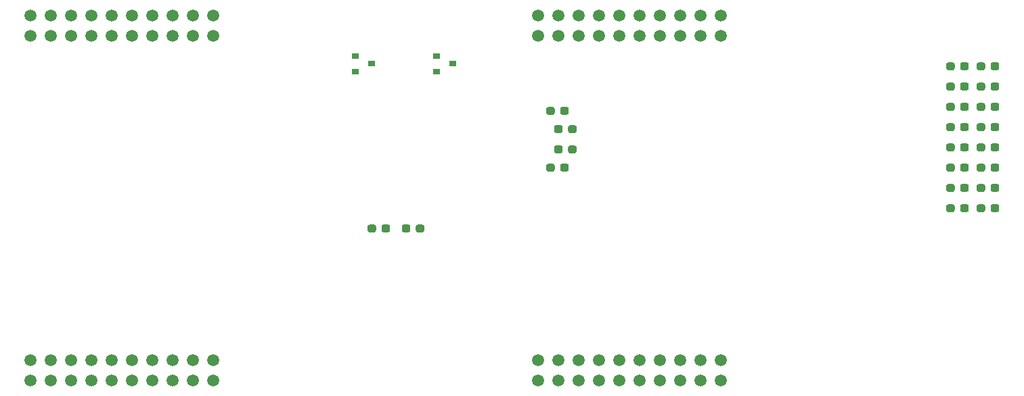
<source format=gbr>
G04 #@! TF.GenerationSoftware,KiCad,Pcbnew,(5.0.2)-1*
G04 #@! TF.CreationDate,2019-04-27T00:56:09-05:00*
G04 #@! TF.ProjectId,ArmDriveBoard_Hardware,41726d44-7269-4766-9542-6f6172645f48,rev?*
G04 #@! TF.SameCoordinates,Original*
G04 #@! TF.FileFunction,Paste,Top*
G04 #@! TF.FilePolarity,Positive*
%FSLAX46Y46*%
G04 Gerber Fmt 4.6, Leading zero omitted, Abs format (unit mm)*
G04 Created by KiCad (PCBNEW (5.0.2)-1) date 4/27/2019 12:56:09 AM*
%MOMM*%
%LPD*%
G01*
G04 APERTURE LIST*
%ADD10C,0.100000*%
%ADD11C,0.950000*%
%ADD12R,0.900000X0.800000*%
%ADD13C,1.520000*%
G04 APERTURE END LIST*
D10*
G04 #@! TO.C,C3*
G36*
X179380779Y-112556144D02*
X179403834Y-112559563D01*
X179426443Y-112565227D01*
X179448387Y-112573079D01*
X179469457Y-112583044D01*
X179489448Y-112595026D01*
X179508168Y-112608910D01*
X179525438Y-112624562D01*
X179541090Y-112641832D01*
X179554974Y-112660552D01*
X179566956Y-112680543D01*
X179576921Y-112701613D01*
X179584773Y-112723557D01*
X179590437Y-112746166D01*
X179593856Y-112769221D01*
X179595000Y-112792500D01*
X179595000Y-113267500D01*
X179593856Y-113290779D01*
X179590437Y-113313834D01*
X179584773Y-113336443D01*
X179576921Y-113358387D01*
X179566956Y-113379457D01*
X179554974Y-113399448D01*
X179541090Y-113418168D01*
X179525438Y-113435438D01*
X179508168Y-113451090D01*
X179489448Y-113464974D01*
X179469457Y-113476956D01*
X179448387Y-113486921D01*
X179426443Y-113494773D01*
X179403834Y-113500437D01*
X179380779Y-113503856D01*
X179357500Y-113505000D01*
X178782500Y-113505000D01*
X178759221Y-113503856D01*
X178736166Y-113500437D01*
X178713557Y-113494773D01*
X178691613Y-113486921D01*
X178670543Y-113476956D01*
X178650552Y-113464974D01*
X178631832Y-113451090D01*
X178614562Y-113435438D01*
X178598910Y-113418168D01*
X178585026Y-113399448D01*
X178573044Y-113379457D01*
X178563079Y-113358387D01*
X178555227Y-113336443D01*
X178549563Y-113313834D01*
X178546144Y-113290779D01*
X178545000Y-113267500D01*
X178545000Y-112792500D01*
X178546144Y-112769221D01*
X178549563Y-112746166D01*
X178555227Y-112723557D01*
X178563079Y-112701613D01*
X178573044Y-112680543D01*
X178585026Y-112660552D01*
X178598910Y-112641832D01*
X178614562Y-112624562D01*
X178631832Y-112608910D01*
X178650552Y-112595026D01*
X178670543Y-112583044D01*
X178691613Y-112573079D01*
X178713557Y-112565227D01*
X178736166Y-112559563D01*
X178759221Y-112556144D01*
X178782500Y-112555000D01*
X179357500Y-112555000D01*
X179380779Y-112556144D01*
X179380779Y-112556144D01*
G37*
D11*
X179070000Y-113030000D03*
D10*
G36*
X181130779Y-112556144D02*
X181153834Y-112559563D01*
X181176443Y-112565227D01*
X181198387Y-112573079D01*
X181219457Y-112583044D01*
X181239448Y-112595026D01*
X181258168Y-112608910D01*
X181275438Y-112624562D01*
X181291090Y-112641832D01*
X181304974Y-112660552D01*
X181316956Y-112680543D01*
X181326921Y-112701613D01*
X181334773Y-112723557D01*
X181340437Y-112746166D01*
X181343856Y-112769221D01*
X181345000Y-112792500D01*
X181345000Y-113267500D01*
X181343856Y-113290779D01*
X181340437Y-113313834D01*
X181334773Y-113336443D01*
X181326921Y-113358387D01*
X181316956Y-113379457D01*
X181304974Y-113399448D01*
X181291090Y-113418168D01*
X181275438Y-113435438D01*
X181258168Y-113451090D01*
X181239448Y-113464974D01*
X181219457Y-113476956D01*
X181198387Y-113486921D01*
X181176443Y-113494773D01*
X181153834Y-113500437D01*
X181130779Y-113503856D01*
X181107500Y-113505000D01*
X180532500Y-113505000D01*
X180509221Y-113503856D01*
X180486166Y-113500437D01*
X180463557Y-113494773D01*
X180441613Y-113486921D01*
X180420543Y-113476956D01*
X180400552Y-113464974D01*
X180381832Y-113451090D01*
X180364562Y-113435438D01*
X180348910Y-113418168D01*
X180335026Y-113399448D01*
X180323044Y-113379457D01*
X180313079Y-113358387D01*
X180305227Y-113336443D01*
X180299563Y-113313834D01*
X180296144Y-113290779D01*
X180295000Y-113267500D01*
X180295000Y-112792500D01*
X180296144Y-112769221D01*
X180299563Y-112746166D01*
X180305227Y-112723557D01*
X180313079Y-112701613D01*
X180323044Y-112680543D01*
X180335026Y-112660552D01*
X180348910Y-112641832D01*
X180364562Y-112624562D01*
X180381832Y-112608910D01*
X180400552Y-112595026D01*
X180420543Y-112583044D01*
X180441613Y-112573079D01*
X180463557Y-112565227D01*
X180486166Y-112559563D01*
X180509221Y-112556144D01*
X180532500Y-112555000D01*
X181107500Y-112555000D01*
X181130779Y-112556144D01*
X181130779Y-112556144D01*
G37*
D11*
X180820000Y-113030000D03*
G04 #@! TD*
D10*
G04 #@! TO.C,C6*
G36*
X176840779Y-112556144D02*
X176863834Y-112559563D01*
X176886443Y-112565227D01*
X176908387Y-112573079D01*
X176929457Y-112583044D01*
X176949448Y-112595026D01*
X176968168Y-112608910D01*
X176985438Y-112624562D01*
X177001090Y-112641832D01*
X177014974Y-112660552D01*
X177026956Y-112680543D01*
X177036921Y-112701613D01*
X177044773Y-112723557D01*
X177050437Y-112746166D01*
X177053856Y-112769221D01*
X177055000Y-112792500D01*
X177055000Y-113267500D01*
X177053856Y-113290779D01*
X177050437Y-113313834D01*
X177044773Y-113336443D01*
X177036921Y-113358387D01*
X177026956Y-113379457D01*
X177014974Y-113399448D01*
X177001090Y-113418168D01*
X176985438Y-113435438D01*
X176968168Y-113451090D01*
X176949448Y-113464974D01*
X176929457Y-113476956D01*
X176908387Y-113486921D01*
X176886443Y-113494773D01*
X176863834Y-113500437D01*
X176840779Y-113503856D01*
X176817500Y-113505000D01*
X176242500Y-113505000D01*
X176219221Y-113503856D01*
X176196166Y-113500437D01*
X176173557Y-113494773D01*
X176151613Y-113486921D01*
X176130543Y-113476956D01*
X176110552Y-113464974D01*
X176091832Y-113451090D01*
X176074562Y-113435438D01*
X176058910Y-113418168D01*
X176045026Y-113399448D01*
X176033044Y-113379457D01*
X176023079Y-113358387D01*
X176015227Y-113336443D01*
X176009563Y-113313834D01*
X176006144Y-113290779D01*
X176005000Y-113267500D01*
X176005000Y-112792500D01*
X176006144Y-112769221D01*
X176009563Y-112746166D01*
X176015227Y-112723557D01*
X176023079Y-112701613D01*
X176033044Y-112680543D01*
X176045026Y-112660552D01*
X176058910Y-112641832D01*
X176074562Y-112624562D01*
X176091832Y-112608910D01*
X176110552Y-112595026D01*
X176130543Y-112583044D01*
X176151613Y-112573079D01*
X176173557Y-112565227D01*
X176196166Y-112559563D01*
X176219221Y-112556144D01*
X176242500Y-112555000D01*
X176817500Y-112555000D01*
X176840779Y-112556144D01*
X176840779Y-112556144D01*
G37*
D11*
X176530000Y-113030000D03*
D10*
G36*
X175090779Y-112556144D02*
X175113834Y-112559563D01*
X175136443Y-112565227D01*
X175158387Y-112573079D01*
X175179457Y-112583044D01*
X175199448Y-112595026D01*
X175218168Y-112608910D01*
X175235438Y-112624562D01*
X175251090Y-112641832D01*
X175264974Y-112660552D01*
X175276956Y-112680543D01*
X175286921Y-112701613D01*
X175294773Y-112723557D01*
X175300437Y-112746166D01*
X175303856Y-112769221D01*
X175305000Y-112792500D01*
X175305000Y-113267500D01*
X175303856Y-113290779D01*
X175300437Y-113313834D01*
X175294773Y-113336443D01*
X175286921Y-113358387D01*
X175276956Y-113379457D01*
X175264974Y-113399448D01*
X175251090Y-113418168D01*
X175235438Y-113435438D01*
X175218168Y-113451090D01*
X175199448Y-113464974D01*
X175179457Y-113476956D01*
X175158387Y-113486921D01*
X175136443Y-113494773D01*
X175113834Y-113500437D01*
X175090779Y-113503856D01*
X175067500Y-113505000D01*
X174492500Y-113505000D01*
X174469221Y-113503856D01*
X174446166Y-113500437D01*
X174423557Y-113494773D01*
X174401613Y-113486921D01*
X174380543Y-113476956D01*
X174360552Y-113464974D01*
X174341832Y-113451090D01*
X174324562Y-113435438D01*
X174308910Y-113418168D01*
X174295026Y-113399448D01*
X174283044Y-113379457D01*
X174273079Y-113358387D01*
X174265227Y-113336443D01*
X174259563Y-113313834D01*
X174256144Y-113290779D01*
X174255000Y-113267500D01*
X174255000Y-112792500D01*
X174256144Y-112769221D01*
X174259563Y-112746166D01*
X174265227Y-112723557D01*
X174273079Y-112701613D01*
X174283044Y-112680543D01*
X174295026Y-112660552D01*
X174308910Y-112641832D01*
X174324562Y-112624562D01*
X174341832Y-112608910D01*
X174360552Y-112595026D01*
X174380543Y-112583044D01*
X174401613Y-112573079D01*
X174423557Y-112565227D01*
X174446166Y-112559563D01*
X174469221Y-112556144D01*
X174492500Y-112555000D01*
X175067500Y-112555000D01*
X175090779Y-112556144D01*
X175090779Y-112556144D01*
G37*
D11*
X174780000Y-113030000D03*
G04 #@! TD*
D10*
G04 #@! TO.C,D1*
G36*
X200180779Y-102650144D02*
X200203834Y-102653563D01*
X200226443Y-102659227D01*
X200248387Y-102667079D01*
X200269457Y-102677044D01*
X200289448Y-102689026D01*
X200308168Y-102702910D01*
X200325438Y-102718562D01*
X200341090Y-102735832D01*
X200354974Y-102754552D01*
X200366956Y-102774543D01*
X200376921Y-102795613D01*
X200384773Y-102817557D01*
X200390437Y-102840166D01*
X200393856Y-102863221D01*
X200395000Y-102886500D01*
X200395000Y-103361500D01*
X200393856Y-103384779D01*
X200390437Y-103407834D01*
X200384773Y-103430443D01*
X200376921Y-103452387D01*
X200366956Y-103473457D01*
X200354974Y-103493448D01*
X200341090Y-103512168D01*
X200325438Y-103529438D01*
X200308168Y-103545090D01*
X200289448Y-103558974D01*
X200269457Y-103570956D01*
X200248387Y-103580921D01*
X200226443Y-103588773D01*
X200203834Y-103594437D01*
X200180779Y-103597856D01*
X200157500Y-103599000D01*
X199582500Y-103599000D01*
X199559221Y-103597856D01*
X199536166Y-103594437D01*
X199513557Y-103588773D01*
X199491613Y-103580921D01*
X199470543Y-103570956D01*
X199450552Y-103558974D01*
X199431832Y-103545090D01*
X199414562Y-103529438D01*
X199398910Y-103512168D01*
X199385026Y-103493448D01*
X199373044Y-103473457D01*
X199363079Y-103452387D01*
X199355227Y-103430443D01*
X199349563Y-103407834D01*
X199346144Y-103384779D01*
X199345000Y-103361500D01*
X199345000Y-102886500D01*
X199346144Y-102863221D01*
X199349563Y-102840166D01*
X199355227Y-102817557D01*
X199363079Y-102795613D01*
X199373044Y-102774543D01*
X199385026Y-102754552D01*
X199398910Y-102735832D01*
X199414562Y-102718562D01*
X199431832Y-102702910D01*
X199450552Y-102689026D01*
X199470543Y-102677044D01*
X199491613Y-102667079D01*
X199513557Y-102659227D01*
X199536166Y-102653563D01*
X199559221Y-102650144D01*
X199582500Y-102649000D01*
X200157500Y-102649000D01*
X200180779Y-102650144D01*
X200180779Y-102650144D01*
G37*
D11*
X199870000Y-103124000D03*
D10*
G36*
X198430779Y-102650144D02*
X198453834Y-102653563D01*
X198476443Y-102659227D01*
X198498387Y-102667079D01*
X198519457Y-102677044D01*
X198539448Y-102689026D01*
X198558168Y-102702910D01*
X198575438Y-102718562D01*
X198591090Y-102735832D01*
X198604974Y-102754552D01*
X198616956Y-102774543D01*
X198626921Y-102795613D01*
X198634773Y-102817557D01*
X198640437Y-102840166D01*
X198643856Y-102863221D01*
X198645000Y-102886500D01*
X198645000Y-103361500D01*
X198643856Y-103384779D01*
X198640437Y-103407834D01*
X198634773Y-103430443D01*
X198626921Y-103452387D01*
X198616956Y-103473457D01*
X198604974Y-103493448D01*
X198591090Y-103512168D01*
X198575438Y-103529438D01*
X198558168Y-103545090D01*
X198539448Y-103558974D01*
X198519457Y-103570956D01*
X198498387Y-103580921D01*
X198476443Y-103588773D01*
X198453834Y-103594437D01*
X198430779Y-103597856D01*
X198407500Y-103599000D01*
X197832500Y-103599000D01*
X197809221Y-103597856D01*
X197786166Y-103594437D01*
X197763557Y-103588773D01*
X197741613Y-103580921D01*
X197720543Y-103570956D01*
X197700552Y-103558974D01*
X197681832Y-103545090D01*
X197664562Y-103529438D01*
X197648910Y-103512168D01*
X197635026Y-103493448D01*
X197623044Y-103473457D01*
X197613079Y-103452387D01*
X197605227Y-103430443D01*
X197599563Y-103407834D01*
X197596144Y-103384779D01*
X197595000Y-103361500D01*
X197595000Y-102886500D01*
X197596144Y-102863221D01*
X197599563Y-102840166D01*
X197605227Y-102817557D01*
X197613079Y-102795613D01*
X197623044Y-102774543D01*
X197635026Y-102754552D01*
X197648910Y-102735832D01*
X197664562Y-102718562D01*
X197681832Y-102702910D01*
X197700552Y-102689026D01*
X197720543Y-102677044D01*
X197741613Y-102667079D01*
X197763557Y-102659227D01*
X197786166Y-102653563D01*
X197809221Y-102650144D01*
X197832500Y-102649000D01*
X198407500Y-102649000D01*
X198430779Y-102650144D01*
X198430779Y-102650144D01*
G37*
D11*
X198120000Y-103124000D03*
G04 #@! TD*
D10*
G04 #@! TO.C,D3*
G36*
X200180779Y-100110144D02*
X200203834Y-100113563D01*
X200226443Y-100119227D01*
X200248387Y-100127079D01*
X200269457Y-100137044D01*
X200289448Y-100149026D01*
X200308168Y-100162910D01*
X200325438Y-100178562D01*
X200341090Y-100195832D01*
X200354974Y-100214552D01*
X200366956Y-100234543D01*
X200376921Y-100255613D01*
X200384773Y-100277557D01*
X200390437Y-100300166D01*
X200393856Y-100323221D01*
X200395000Y-100346500D01*
X200395000Y-100821500D01*
X200393856Y-100844779D01*
X200390437Y-100867834D01*
X200384773Y-100890443D01*
X200376921Y-100912387D01*
X200366956Y-100933457D01*
X200354974Y-100953448D01*
X200341090Y-100972168D01*
X200325438Y-100989438D01*
X200308168Y-101005090D01*
X200289448Y-101018974D01*
X200269457Y-101030956D01*
X200248387Y-101040921D01*
X200226443Y-101048773D01*
X200203834Y-101054437D01*
X200180779Y-101057856D01*
X200157500Y-101059000D01*
X199582500Y-101059000D01*
X199559221Y-101057856D01*
X199536166Y-101054437D01*
X199513557Y-101048773D01*
X199491613Y-101040921D01*
X199470543Y-101030956D01*
X199450552Y-101018974D01*
X199431832Y-101005090D01*
X199414562Y-100989438D01*
X199398910Y-100972168D01*
X199385026Y-100953448D01*
X199373044Y-100933457D01*
X199363079Y-100912387D01*
X199355227Y-100890443D01*
X199349563Y-100867834D01*
X199346144Y-100844779D01*
X199345000Y-100821500D01*
X199345000Y-100346500D01*
X199346144Y-100323221D01*
X199349563Y-100300166D01*
X199355227Y-100277557D01*
X199363079Y-100255613D01*
X199373044Y-100234543D01*
X199385026Y-100214552D01*
X199398910Y-100195832D01*
X199414562Y-100178562D01*
X199431832Y-100162910D01*
X199450552Y-100149026D01*
X199470543Y-100137044D01*
X199491613Y-100127079D01*
X199513557Y-100119227D01*
X199536166Y-100113563D01*
X199559221Y-100110144D01*
X199582500Y-100109000D01*
X200157500Y-100109000D01*
X200180779Y-100110144D01*
X200180779Y-100110144D01*
G37*
D11*
X199870000Y-100584000D03*
D10*
G36*
X198430779Y-100110144D02*
X198453834Y-100113563D01*
X198476443Y-100119227D01*
X198498387Y-100127079D01*
X198519457Y-100137044D01*
X198539448Y-100149026D01*
X198558168Y-100162910D01*
X198575438Y-100178562D01*
X198591090Y-100195832D01*
X198604974Y-100214552D01*
X198616956Y-100234543D01*
X198626921Y-100255613D01*
X198634773Y-100277557D01*
X198640437Y-100300166D01*
X198643856Y-100323221D01*
X198645000Y-100346500D01*
X198645000Y-100821500D01*
X198643856Y-100844779D01*
X198640437Y-100867834D01*
X198634773Y-100890443D01*
X198626921Y-100912387D01*
X198616956Y-100933457D01*
X198604974Y-100953448D01*
X198591090Y-100972168D01*
X198575438Y-100989438D01*
X198558168Y-101005090D01*
X198539448Y-101018974D01*
X198519457Y-101030956D01*
X198498387Y-101040921D01*
X198476443Y-101048773D01*
X198453834Y-101054437D01*
X198430779Y-101057856D01*
X198407500Y-101059000D01*
X197832500Y-101059000D01*
X197809221Y-101057856D01*
X197786166Y-101054437D01*
X197763557Y-101048773D01*
X197741613Y-101040921D01*
X197720543Y-101030956D01*
X197700552Y-101018974D01*
X197681832Y-101005090D01*
X197664562Y-100989438D01*
X197648910Y-100972168D01*
X197635026Y-100953448D01*
X197623044Y-100933457D01*
X197613079Y-100912387D01*
X197605227Y-100890443D01*
X197599563Y-100867834D01*
X197596144Y-100844779D01*
X197595000Y-100821500D01*
X197595000Y-100346500D01*
X197596144Y-100323221D01*
X197599563Y-100300166D01*
X197605227Y-100277557D01*
X197613079Y-100255613D01*
X197623044Y-100234543D01*
X197635026Y-100214552D01*
X197648910Y-100195832D01*
X197664562Y-100178562D01*
X197681832Y-100162910D01*
X197700552Y-100149026D01*
X197720543Y-100137044D01*
X197741613Y-100127079D01*
X197763557Y-100119227D01*
X197786166Y-100113563D01*
X197809221Y-100110144D01*
X197832500Y-100109000D01*
X198407500Y-100109000D01*
X198430779Y-100110144D01*
X198430779Y-100110144D01*
G37*
D11*
X198120000Y-100584000D03*
G04 #@! TD*
D10*
G04 #@! TO.C,D8*
G36*
X253040779Y-92236144D02*
X253063834Y-92239563D01*
X253086443Y-92245227D01*
X253108387Y-92253079D01*
X253129457Y-92263044D01*
X253149448Y-92275026D01*
X253168168Y-92288910D01*
X253185438Y-92304562D01*
X253201090Y-92321832D01*
X253214974Y-92340552D01*
X253226956Y-92360543D01*
X253236921Y-92381613D01*
X253244773Y-92403557D01*
X253250437Y-92426166D01*
X253253856Y-92449221D01*
X253255000Y-92472500D01*
X253255000Y-92947500D01*
X253253856Y-92970779D01*
X253250437Y-92993834D01*
X253244773Y-93016443D01*
X253236921Y-93038387D01*
X253226956Y-93059457D01*
X253214974Y-93079448D01*
X253201090Y-93098168D01*
X253185438Y-93115438D01*
X253168168Y-93131090D01*
X253149448Y-93144974D01*
X253129457Y-93156956D01*
X253108387Y-93166921D01*
X253086443Y-93174773D01*
X253063834Y-93180437D01*
X253040779Y-93183856D01*
X253017500Y-93185000D01*
X252442500Y-93185000D01*
X252419221Y-93183856D01*
X252396166Y-93180437D01*
X252373557Y-93174773D01*
X252351613Y-93166921D01*
X252330543Y-93156956D01*
X252310552Y-93144974D01*
X252291832Y-93131090D01*
X252274562Y-93115438D01*
X252258910Y-93098168D01*
X252245026Y-93079448D01*
X252233044Y-93059457D01*
X252223079Y-93038387D01*
X252215227Y-93016443D01*
X252209563Y-92993834D01*
X252206144Y-92970779D01*
X252205000Y-92947500D01*
X252205000Y-92472500D01*
X252206144Y-92449221D01*
X252209563Y-92426166D01*
X252215227Y-92403557D01*
X252223079Y-92381613D01*
X252233044Y-92360543D01*
X252245026Y-92340552D01*
X252258910Y-92321832D01*
X252274562Y-92304562D01*
X252291832Y-92288910D01*
X252310552Y-92275026D01*
X252330543Y-92263044D01*
X252351613Y-92253079D01*
X252373557Y-92245227D01*
X252396166Y-92239563D01*
X252419221Y-92236144D01*
X252442500Y-92235000D01*
X253017500Y-92235000D01*
X253040779Y-92236144D01*
X253040779Y-92236144D01*
G37*
D11*
X252730000Y-92710000D03*
D10*
G36*
X251290779Y-92236144D02*
X251313834Y-92239563D01*
X251336443Y-92245227D01*
X251358387Y-92253079D01*
X251379457Y-92263044D01*
X251399448Y-92275026D01*
X251418168Y-92288910D01*
X251435438Y-92304562D01*
X251451090Y-92321832D01*
X251464974Y-92340552D01*
X251476956Y-92360543D01*
X251486921Y-92381613D01*
X251494773Y-92403557D01*
X251500437Y-92426166D01*
X251503856Y-92449221D01*
X251505000Y-92472500D01*
X251505000Y-92947500D01*
X251503856Y-92970779D01*
X251500437Y-92993834D01*
X251494773Y-93016443D01*
X251486921Y-93038387D01*
X251476956Y-93059457D01*
X251464974Y-93079448D01*
X251451090Y-93098168D01*
X251435438Y-93115438D01*
X251418168Y-93131090D01*
X251399448Y-93144974D01*
X251379457Y-93156956D01*
X251358387Y-93166921D01*
X251336443Y-93174773D01*
X251313834Y-93180437D01*
X251290779Y-93183856D01*
X251267500Y-93185000D01*
X250692500Y-93185000D01*
X250669221Y-93183856D01*
X250646166Y-93180437D01*
X250623557Y-93174773D01*
X250601613Y-93166921D01*
X250580543Y-93156956D01*
X250560552Y-93144974D01*
X250541832Y-93131090D01*
X250524562Y-93115438D01*
X250508910Y-93098168D01*
X250495026Y-93079448D01*
X250483044Y-93059457D01*
X250473079Y-93038387D01*
X250465227Y-93016443D01*
X250459563Y-92993834D01*
X250456144Y-92970779D01*
X250455000Y-92947500D01*
X250455000Y-92472500D01*
X250456144Y-92449221D01*
X250459563Y-92426166D01*
X250465227Y-92403557D01*
X250473079Y-92381613D01*
X250483044Y-92360543D01*
X250495026Y-92340552D01*
X250508910Y-92321832D01*
X250524562Y-92304562D01*
X250541832Y-92288910D01*
X250560552Y-92275026D01*
X250580543Y-92263044D01*
X250601613Y-92253079D01*
X250623557Y-92245227D01*
X250646166Y-92239563D01*
X250669221Y-92236144D01*
X250692500Y-92235000D01*
X251267500Y-92235000D01*
X251290779Y-92236144D01*
X251290779Y-92236144D01*
G37*
D11*
X250980000Y-92710000D03*
G04 #@! TD*
D10*
G04 #@! TO.C,D9*
G36*
X253040779Y-94776144D02*
X253063834Y-94779563D01*
X253086443Y-94785227D01*
X253108387Y-94793079D01*
X253129457Y-94803044D01*
X253149448Y-94815026D01*
X253168168Y-94828910D01*
X253185438Y-94844562D01*
X253201090Y-94861832D01*
X253214974Y-94880552D01*
X253226956Y-94900543D01*
X253236921Y-94921613D01*
X253244773Y-94943557D01*
X253250437Y-94966166D01*
X253253856Y-94989221D01*
X253255000Y-95012500D01*
X253255000Y-95487500D01*
X253253856Y-95510779D01*
X253250437Y-95533834D01*
X253244773Y-95556443D01*
X253236921Y-95578387D01*
X253226956Y-95599457D01*
X253214974Y-95619448D01*
X253201090Y-95638168D01*
X253185438Y-95655438D01*
X253168168Y-95671090D01*
X253149448Y-95684974D01*
X253129457Y-95696956D01*
X253108387Y-95706921D01*
X253086443Y-95714773D01*
X253063834Y-95720437D01*
X253040779Y-95723856D01*
X253017500Y-95725000D01*
X252442500Y-95725000D01*
X252419221Y-95723856D01*
X252396166Y-95720437D01*
X252373557Y-95714773D01*
X252351613Y-95706921D01*
X252330543Y-95696956D01*
X252310552Y-95684974D01*
X252291832Y-95671090D01*
X252274562Y-95655438D01*
X252258910Y-95638168D01*
X252245026Y-95619448D01*
X252233044Y-95599457D01*
X252223079Y-95578387D01*
X252215227Y-95556443D01*
X252209563Y-95533834D01*
X252206144Y-95510779D01*
X252205000Y-95487500D01*
X252205000Y-95012500D01*
X252206144Y-94989221D01*
X252209563Y-94966166D01*
X252215227Y-94943557D01*
X252223079Y-94921613D01*
X252233044Y-94900543D01*
X252245026Y-94880552D01*
X252258910Y-94861832D01*
X252274562Y-94844562D01*
X252291832Y-94828910D01*
X252310552Y-94815026D01*
X252330543Y-94803044D01*
X252351613Y-94793079D01*
X252373557Y-94785227D01*
X252396166Y-94779563D01*
X252419221Y-94776144D01*
X252442500Y-94775000D01*
X253017500Y-94775000D01*
X253040779Y-94776144D01*
X253040779Y-94776144D01*
G37*
D11*
X252730000Y-95250000D03*
D10*
G36*
X251290779Y-94776144D02*
X251313834Y-94779563D01*
X251336443Y-94785227D01*
X251358387Y-94793079D01*
X251379457Y-94803044D01*
X251399448Y-94815026D01*
X251418168Y-94828910D01*
X251435438Y-94844562D01*
X251451090Y-94861832D01*
X251464974Y-94880552D01*
X251476956Y-94900543D01*
X251486921Y-94921613D01*
X251494773Y-94943557D01*
X251500437Y-94966166D01*
X251503856Y-94989221D01*
X251505000Y-95012500D01*
X251505000Y-95487500D01*
X251503856Y-95510779D01*
X251500437Y-95533834D01*
X251494773Y-95556443D01*
X251486921Y-95578387D01*
X251476956Y-95599457D01*
X251464974Y-95619448D01*
X251451090Y-95638168D01*
X251435438Y-95655438D01*
X251418168Y-95671090D01*
X251399448Y-95684974D01*
X251379457Y-95696956D01*
X251358387Y-95706921D01*
X251336443Y-95714773D01*
X251313834Y-95720437D01*
X251290779Y-95723856D01*
X251267500Y-95725000D01*
X250692500Y-95725000D01*
X250669221Y-95723856D01*
X250646166Y-95720437D01*
X250623557Y-95714773D01*
X250601613Y-95706921D01*
X250580543Y-95696956D01*
X250560552Y-95684974D01*
X250541832Y-95671090D01*
X250524562Y-95655438D01*
X250508910Y-95638168D01*
X250495026Y-95619448D01*
X250483044Y-95599457D01*
X250473079Y-95578387D01*
X250465227Y-95556443D01*
X250459563Y-95533834D01*
X250456144Y-95510779D01*
X250455000Y-95487500D01*
X250455000Y-95012500D01*
X250456144Y-94989221D01*
X250459563Y-94966166D01*
X250465227Y-94943557D01*
X250473079Y-94921613D01*
X250483044Y-94900543D01*
X250495026Y-94880552D01*
X250508910Y-94861832D01*
X250524562Y-94844562D01*
X250541832Y-94828910D01*
X250560552Y-94815026D01*
X250580543Y-94803044D01*
X250601613Y-94793079D01*
X250623557Y-94785227D01*
X250646166Y-94779563D01*
X250669221Y-94776144D01*
X250692500Y-94775000D01*
X251267500Y-94775000D01*
X251290779Y-94776144D01*
X251290779Y-94776144D01*
G37*
D11*
X250980000Y-95250000D03*
G04 #@! TD*
D10*
G04 #@! TO.C,D10*
G36*
X253040779Y-97316144D02*
X253063834Y-97319563D01*
X253086443Y-97325227D01*
X253108387Y-97333079D01*
X253129457Y-97343044D01*
X253149448Y-97355026D01*
X253168168Y-97368910D01*
X253185438Y-97384562D01*
X253201090Y-97401832D01*
X253214974Y-97420552D01*
X253226956Y-97440543D01*
X253236921Y-97461613D01*
X253244773Y-97483557D01*
X253250437Y-97506166D01*
X253253856Y-97529221D01*
X253255000Y-97552500D01*
X253255000Y-98027500D01*
X253253856Y-98050779D01*
X253250437Y-98073834D01*
X253244773Y-98096443D01*
X253236921Y-98118387D01*
X253226956Y-98139457D01*
X253214974Y-98159448D01*
X253201090Y-98178168D01*
X253185438Y-98195438D01*
X253168168Y-98211090D01*
X253149448Y-98224974D01*
X253129457Y-98236956D01*
X253108387Y-98246921D01*
X253086443Y-98254773D01*
X253063834Y-98260437D01*
X253040779Y-98263856D01*
X253017500Y-98265000D01*
X252442500Y-98265000D01*
X252419221Y-98263856D01*
X252396166Y-98260437D01*
X252373557Y-98254773D01*
X252351613Y-98246921D01*
X252330543Y-98236956D01*
X252310552Y-98224974D01*
X252291832Y-98211090D01*
X252274562Y-98195438D01*
X252258910Y-98178168D01*
X252245026Y-98159448D01*
X252233044Y-98139457D01*
X252223079Y-98118387D01*
X252215227Y-98096443D01*
X252209563Y-98073834D01*
X252206144Y-98050779D01*
X252205000Y-98027500D01*
X252205000Y-97552500D01*
X252206144Y-97529221D01*
X252209563Y-97506166D01*
X252215227Y-97483557D01*
X252223079Y-97461613D01*
X252233044Y-97440543D01*
X252245026Y-97420552D01*
X252258910Y-97401832D01*
X252274562Y-97384562D01*
X252291832Y-97368910D01*
X252310552Y-97355026D01*
X252330543Y-97343044D01*
X252351613Y-97333079D01*
X252373557Y-97325227D01*
X252396166Y-97319563D01*
X252419221Y-97316144D01*
X252442500Y-97315000D01*
X253017500Y-97315000D01*
X253040779Y-97316144D01*
X253040779Y-97316144D01*
G37*
D11*
X252730000Y-97790000D03*
D10*
G36*
X251290779Y-97316144D02*
X251313834Y-97319563D01*
X251336443Y-97325227D01*
X251358387Y-97333079D01*
X251379457Y-97343044D01*
X251399448Y-97355026D01*
X251418168Y-97368910D01*
X251435438Y-97384562D01*
X251451090Y-97401832D01*
X251464974Y-97420552D01*
X251476956Y-97440543D01*
X251486921Y-97461613D01*
X251494773Y-97483557D01*
X251500437Y-97506166D01*
X251503856Y-97529221D01*
X251505000Y-97552500D01*
X251505000Y-98027500D01*
X251503856Y-98050779D01*
X251500437Y-98073834D01*
X251494773Y-98096443D01*
X251486921Y-98118387D01*
X251476956Y-98139457D01*
X251464974Y-98159448D01*
X251451090Y-98178168D01*
X251435438Y-98195438D01*
X251418168Y-98211090D01*
X251399448Y-98224974D01*
X251379457Y-98236956D01*
X251358387Y-98246921D01*
X251336443Y-98254773D01*
X251313834Y-98260437D01*
X251290779Y-98263856D01*
X251267500Y-98265000D01*
X250692500Y-98265000D01*
X250669221Y-98263856D01*
X250646166Y-98260437D01*
X250623557Y-98254773D01*
X250601613Y-98246921D01*
X250580543Y-98236956D01*
X250560552Y-98224974D01*
X250541832Y-98211090D01*
X250524562Y-98195438D01*
X250508910Y-98178168D01*
X250495026Y-98159448D01*
X250483044Y-98139457D01*
X250473079Y-98118387D01*
X250465227Y-98096443D01*
X250459563Y-98073834D01*
X250456144Y-98050779D01*
X250455000Y-98027500D01*
X250455000Y-97552500D01*
X250456144Y-97529221D01*
X250459563Y-97506166D01*
X250465227Y-97483557D01*
X250473079Y-97461613D01*
X250483044Y-97440543D01*
X250495026Y-97420552D01*
X250508910Y-97401832D01*
X250524562Y-97384562D01*
X250541832Y-97368910D01*
X250560552Y-97355026D01*
X250580543Y-97343044D01*
X250601613Y-97333079D01*
X250623557Y-97325227D01*
X250646166Y-97319563D01*
X250669221Y-97316144D01*
X250692500Y-97315000D01*
X251267500Y-97315000D01*
X251290779Y-97316144D01*
X251290779Y-97316144D01*
G37*
D11*
X250980000Y-97790000D03*
G04 #@! TD*
D10*
G04 #@! TO.C,D11*
G36*
X251290779Y-99856144D02*
X251313834Y-99859563D01*
X251336443Y-99865227D01*
X251358387Y-99873079D01*
X251379457Y-99883044D01*
X251399448Y-99895026D01*
X251418168Y-99908910D01*
X251435438Y-99924562D01*
X251451090Y-99941832D01*
X251464974Y-99960552D01*
X251476956Y-99980543D01*
X251486921Y-100001613D01*
X251494773Y-100023557D01*
X251500437Y-100046166D01*
X251503856Y-100069221D01*
X251505000Y-100092500D01*
X251505000Y-100567500D01*
X251503856Y-100590779D01*
X251500437Y-100613834D01*
X251494773Y-100636443D01*
X251486921Y-100658387D01*
X251476956Y-100679457D01*
X251464974Y-100699448D01*
X251451090Y-100718168D01*
X251435438Y-100735438D01*
X251418168Y-100751090D01*
X251399448Y-100764974D01*
X251379457Y-100776956D01*
X251358387Y-100786921D01*
X251336443Y-100794773D01*
X251313834Y-100800437D01*
X251290779Y-100803856D01*
X251267500Y-100805000D01*
X250692500Y-100805000D01*
X250669221Y-100803856D01*
X250646166Y-100800437D01*
X250623557Y-100794773D01*
X250601613Y-100786921D01*
X250580543Y-100776956D01*
X250560552Y-100764974D01*
X250541832Y-100751090D01*
X250524562Y-100735438D01*
X250508910Y-100718168D01*
X250495026Y-100699448D01*
X250483044Y-100679457D01*
X250473079Y-100658387D01*
X250465227Y-100636443D01*
X250459563Y-100613834D01*
X250456144Y-100590779D01*
X250455000Y-100567500D01*
X250455000Y-100092500D01*
X250456144Y-100069221D01*
X250459563Y-100046166D01*
X250465227Y-100023557D01*
X250473079Y-100001613D01*
X250483044Y-99980543D01*
X250495026Y-99960552D01*
X250508910Y-99941832D01*
X250524562Y-99924562D01*
X250541832Y-99908910D01*
X250560552Y-99895026D01*
X250580543Y-99883044D01*
X250601613Y-99873079D01*
X250623557Y-99865227D01*
X250646166Y-99859563D01*
X250669221Y-99856144D01*
X250692500Y-99855000D01*
X251267500Y-99855000D01*
X251290779Y-99856144D01*
X251290779Y-99856144D01*
G37*
D11*
X250980000Y-100330000D03*
D10*
G36*
X253040779Y-99856144D02*
X253063834Y-99859563D01*
X253086443Y-99865227D01*
X253108387Y-99873079D01*
X253129457Y-99883044D01*
X253149448Y-99895026D01*
X253168168Y-99908910D01*
X253185438Y-99924562D01*
X253201090Y-99941832D01*
X253214974Y-99960552D01*
X253226956Y-99980543D01*
X253236921Y-100001613D01*
X253244773Y-100023557D01*
X253250437Y-100046166D01*
X253253856Y-100069221D01*
X253255000Y-100092500D01*
X253255000Y-100567500D01*
X253253856Y-100590779D01*
X253250437Y-100613834D01*
X253244773Y-100636443D01*
X253236921Y-100658387D01*
X253226956Y-100679457D01*
X253214974Y-100699448D01*
X253201090Y-100718168D01*
X253185438Y-100735438D01*
X253168168Y-100751090D01*
X253149448Y-100764974D01*
X253129457Y-100776956D01*
X253108387Y-100786921D01*
X253086443Y-100794773D01*
X253063834Y-100800437D01*
X253040779Y-100803856D01*
X253017500Y-100805000D01*
X252442500Y-100805000D01*
X252419221Y-100803856D01*
X252396166Y-100800437D01*
X252373557Y-100794773D01*
X252351613Y-100786921D01*
X252330543Y-100776956D01*
X252310552Y-100764974D01*
X252291832Y-100751090D01*
X252274562Y-100735438D01*
X252258910Y-100718168D01*
X252245026Y-100699448D01*
X252233044Y-100679457D01*
X252223079Y-100658387D01*
X252215227Y-100636443D01*
X252209563Y-100613834D01*
X252206144Y-100590779D01*
X252205000Y-100567500D01*
X252205000Y-100092500D01*
X252206144Y-100069221D01*
X252209563Y-100046166D01*
X252215227Y-100023557D01*
X252223079Y-100001613D01*
X252233044Y-99980543D01*
X252245026Y-99960552D01*
X252258910Y-99941832D01*
X252274562Y-99924562D01*
X252291832Y-99908910D01*
X252310552Y-99895026D01*
X252330543Y-99883044D01*
X252351613Y-99873079D01*
X252373557Y-99865227D01*
X252396166Y-99859563D01*
X252419221Y-99856144D01*
X252442500Y-99855000D01*
X253017500Y-99855000D01*
X253040779Y-99856144D01*
X253040779Y-99856144D01*
G37*
D11*
X252730000Y-100330000D03*
G04 #@! TD*
D10*
G04 #@! TO.C,D12*
G36*
X251290779Y-102396144D02*
X251313834Y-102399563D01*
X251336443Y-102405227D01*
X251358387Y-102413079D01*
X251379457Y-102423044D01*
X251399448Y-102435026D01*
X251418168Y-102448910D01*
X251435438Y-102464562D01*
X251451090Y-102481832D01*
X251464974Y-102500552D01*
X251476956Y-102520543D01*
X251486921Y-102541613D01*
X251494773Y-102563557D01*
X251500437Y-102586166D01*
X251503856Y-102609221D01*
X251505000Y-102632500D01*
X251505000Y-103107500D01*
X251503856Y-103130779D01*
X251500437Y-103153834D01*
X251494773Y-103176443D01*
X251486921Y-103198387D01*
X251476956Y-103219457D01*
X251464974Y-103239448D01*
X251451090Y-103258168D01*
X251435438Y-103275438D01*
X251418168Y-103291090D01*
X251399448Y-103304974D01*
X251379457Y-103316956D01*
X251358387Y-103326921D01*
X251336443Y-103334773D01*
X251313834Y-103340437D01*
X251290779Y-103343856D01*
X251267500Y-103345000D01*
X250692500Y-103345000D01*
X250669221Y-103343856D01*
X250646166Y-103340437D01*
X250623557Y-103334773D01*
X250601613Y-103326921D01*
X250580543Y-103316956D01*
X250560552Y-103304974D01*
X250541832Y-103291090D01*
X250524562Y-103275438D01*
X250508910Y-103258168D01*
X250495026Y-103239448D01*
X250483044Y-103219457D01*
X250473079Y-103198387D01*
X250465227Y-103176443D01*
X250459563Y-103153834D01*
X250456144Y-103130779D01*
X250455000Y-103107500D01*
X250455000Y-102632500D01*
X250456144Y-102609221D01*
X250459563Y-102586166D01*
X250465227Y-102563557D01*
X250473079Y-102541613D01*
X250483044Y-102520543D01*
X250495026Y-102500552D01*
X250508910Y-102481832D01*
X250524562Y-102464562D01*
X250541832Y-102448910D01*
X250560552Y-102435026D01*
X250580543Y-102423044D01*
X250601613Y-102413079D01*
X250623557Y-102405227D01*
X250646166Y-102399563D01*
X250669221Y-102396144D01*
X250692500Y-102395000D01*
X251267500Y-102395000D01*
X251290779Y-102396144D01*
X251290779Y-102396144D01*
G37*
D11*
X250980000Y-102870000D03*
D10*
G36*
X253040779Y-102396144D02*
X253063834Y-102399563D01*
X253086443Y-102405227D01*
X253108387Y-102413079D01*
X253129457Y-102423044D01*
X253149448Y-102435026D01*
X253168168Y-102448910D01*
X253185438Y-102464562D01*
X253201090Y-102481832D01*
X253214974Y-102500552D01*
X253226956Y-102520543D01*
X253236921Y-102541613D01*
X253244773Y-102563557D01*
X253250437Y-102586166D01*
X253253856Y-102609221D01*
X253255000Y-102632500D01*
X253255000Y-103107500D01*
X253253856Y-103130779D01*
X253250437Y-103153834D01*
X253244773Y-103176443D01*
X253236921Y-103198387D01*
X253226956Y-103219457D01*
X253214974Y-103239448D01*
X253201090Y-103258168D01*
X253185438Y-103275438D01*
X253168168Y-103291090D01*
X253149448Y-103304974D01*
X253129457Y-103316956D01*
X253108387Y-103326921D01*
X253086443Y-103334773D01*
X253063834Y-103340437D01*
X253040779Y-103343856D01*
X253017500Y-103345000D01*
X252442500Y-103345000D01*
X252419221Y-103343856D01*
X252396166Y-103340437D01*
X252373557Y-103334773D01*
X252351613Y-103326921D01*
X252330543Y-103316956D01*
X252310552Y-103304974D01*
X252291832Y-103291090D01*
X252274562Y-103275438D01*
X252258910Y-103258168D01*
X252245026Y-103239448D01*
X252233044Y-103219457D01*
X252223079Y-103198387D01*
X252215227Y-103176443D01*
X252209563Y-103153834D01*
X252206144Y-103130779D01*
X252205000Y-103107500D01*
X252205000Y-102632500D01*
X252206144Y-102609221D01*
X252209563Y-102586166D01*
X252215227Y-102563557D01*
X252223079Y-102541613D01*
X252233044Y-102520543D01*
X252245026Y-102500552D01*
X252258910Y-102481832D01*
X252274562Y-102464562D01*
X252291832Y-102448910D01*
X252310552Y-102435026D01*
X252330543Y-102423044D01*
X252351613Y-102413079D01*
X252373557Y-102405227D01*
X252396166Y-102399563D01*
X252419221Y-102396144D01*
X252442500Y-102395000D01*
X253017500Y-102395000D01*
X253040779Y-102396144D01*
X253040779Y-102396144D01*
G37*
D11*
X252730000Y-102870000D03*
G04 #@! TD*
D10*
G04 #@! TO.C,D13*
G36*
X251290779Y-104936144D02*
X251313834Y-104939563D01*
X251336443Y-104945227D01*
X251358387Y-104953079D01*
X251379457Y-104963044D01*
X251399448Y-104975026D01*
X251418168Y-104988910D01*
X251435438Y-105004562D01*
X251451090Y-105021832D01*
X251464974Y-105040552D01*
X251476956Y-105060543D01*
X251486921Y-105081613D01*
X251494773Y-105103557D01*
X251500437Y-105126166D01*
X251503856Y-105149221D01*
X251505000Y-105172500D01*
X251505000Y-105647500D01*
X251503856Y-105670779D01*
X251500437Y-105693834D01*
X251494773Y-105716443D01*
X251486921Y-105738387D01*
X251476956Y-105759457D01*
X251464974Y-105779448D01*
X251451090Y-105798168D01*
X251435438Y-105815438D01*
X251418168Y-105831090D01*
X251399448Y-105844974D01*
X251379457Y-105856956D01*
X251358387Y-105866921D01*
X251336443Y-105874773D01*
X251313834Y-105880437D01*
X251290779Y-105883856D01*
X251267500Y-105885000D01*
X250692500Y-105885000D01*
X250669221Y-105883856D01*
X250646166Y-105880437D01*
X250623557Y-105874773D01*
X250601613Y-105866921D01*
X250580543Y-105856956D01*
X250560552Y-105844974D01*
X250541832Y-105831090D01*
X250524562Y-105815438D01*
X250508910Y-105798168D01*
X250495026Y-105779448D01*
X250483044Y-105759457D01*
X250473079Y-105738387D01*
X250465227Y-105716443D01*
X250459563Y-105693834D01*
X250456144Y-105670779D01*
X250455000Y-105647500D01*
X250455000Y-105172500D01*
X250456144Y-105149221D01*
X250459563Y-105126166D01*
X250465227Y-105103557D01*
X250473079Y-105081613D01*
X250483044Y-105060543D01*
X250495026Y-105040552D01*
X250508910Y-105021832D01*
X250524562Y-105004562D01*
X250541832Y-104988910D01*
X250560552Y-104975026D01*
X250580543Y-104963044D01*
X250601613Y-104953079D01*
X250623557Y-104945227D01*
X250646166Y-104939563D01*
X250669221Y-104936144D01*
X250692500Y-104935000D01*
X251267500Y-104935000D01*
X251290779Y-104936144D01*
X251290779Y-104936144D01*
G37*
D11*
X250980000Y-105410000D03*
D10*
G36*
X253040779Y-104936144D02*
X253063834Y-104939563D01*
X253086443Y-104945227D01*
X253108387Y-104953079D01*
X253129457Y-104963044D01*
X253149448Y-104975026D01*
X253168168Y-104988910D01*
X253185438Y-105004562D01*
X253201090Y-105021832D01*
X253214974Y-105040552D01*
X253226956Y-105060543D01*
X253236921Y-105081613D01*
X253244773Y-105103557D01*
X253250437Y-105126166D01*
X253253856Y-105149221D01*
X253255000Y-105172500D01*
X253255000Y-105647500D01*
X253253856Y-105670779D01*
X253250437Y-105693834D01*
X253244773Y-105716443D01*
X253236921Y-105738387D01*
X253226956Y-105759457D01*
X253214974Y-105779448D01*
X253201090Y-105798168D01*
X253185438Y-105815438D01*
X253168168Y-105831090D01*
X253149448Y-105844974D01*
X253129457Y-105856956D01*
X253108387Y-105866921D01*
X253086443Y-105874773D01*
X253063834Y-105880437D01*
X253040779Y-105883856D01*
X253017500Y-105885000D01*
X252442500Y-105885000D01*
X252419221Y-105883856D01*
X252396166Y-105880437D01*
X252373557Y-105874773D01*
X252351613Y-105866921D01*
X252330543Y-105856956D01*
X252310552Y-105844974D01*
X252291832Y-105831090D01*
X252274562Y-105815438D01*
X252258910Y-105798168D01*
X252245026Y-105779448D01*
X252233044Y-105759457D01*
X252223079Y-105738387D01*
X252215227Y-105716443D01*
X252209563Y-105693834D01*
X252206144Y-105670779D01*
X252205000Y-105647500D01*
X252205000Y-105172500D01*
X252206144Y-105149221D01*
X252209563Y-105126166D01*
X252215227Y-105103557D01*
X252223079Y-105081613D01*
X252233044Y-105060543D01*
X252245026Y-105040552D01*
X252258910Y-105021832D01*
X252274562Y-105004562D01*
X252291832Y-104988910D01*
X252310552Y-104975026D01*
X252330543Y-104963044D01*
X252351613Y-104953079D01*
X252373557Y-104945227D01*
X252396166Y-104939563D01*
X252419221Y-104936144D01*
X252442500Y-104935000D01*
X253017500Y-104935000D01*
X253040779Y-104936144D01*
X253040779Y-104936144D01*
G37*
D11*
X252730000Y-105410000D03*
G04 #@! TD*
D10*
G04 #@! TO.C,D14*
G36*
X251290779Y-107476144D02*
X251313834Y-107479563D01*
X251336443Y-107485227D01*
X251358387Y-107493079D01*
X251379457Y-107503044D01*
X251399448Y-107515026D01*
X251418168Y-107528910D01*
X251435438Y-107544562D01*
X251451090Y-107561832D01*
X251464974Y-107580552D01*
X251476956Y-107600543D01*
X251486921Y-107621613D01*
X251494773Y-107643557D01*
X251500437Y-107666166D01*
X251503856Y-107689221D01*
X251505000Y-107712500D01*
X251505000Y-108187500D01*
X251503856Y-108210779D01*
X251500437Y-108233834D01*
X251494773Y-108256443D01*
X251486921Y-108278387D01*
X251476956Y-108299457D01*
X251464974Y-108319448D01*
X251451090Y-108338168D01*
X251435438Y-108355438D01*
X251418168Y-108371090D01*
X251399448Y-108384974D01*
X251379457Y-108396956D01*
X251358387Y-108406921D01*
X251336443Y-108414773D01*
X251313834Y-108420437D01*
X251290779Y-108423856D01*
X251267500Y-108425000D01*
X250692500Y-108425000D01*
X250669221Y-108423856D01*
X250646166Y-108420437D01*
X250623557Y-108414773D01*
X250601613Y-108406921D01*
X250580543Y-108396956D01*
X250560552Y-108384974D01*
X250541832Y-108371090D01*
X250524562Y-108355438D01*
X250508910Y-108338168D01*
X250495026Y-108319448D01*
X250483044Y-108299457D01*
X250473079Y-108278387D01*
X250465227Y-108256443D01*
X250459563Y-108233834D01*
X250456144Y-108210779D01*
X250455000Y-108187500D01*
X250455000Y-107712500D01*
X250456144Y-107689221D01*
X250459563Y-107666166D01*
X250465227Y-107643557D01*
X250473079Y-107621613D01*
X250483044Y-107600543D01*
X250495026Y-107580552D01*
X250508910Y-107561832D01*
X250524562Y-107544562D01*
X250541832Y-107528910D01*
X250560552Y-107515026D01*
X250580543Y-107503044D01*
X250601613Y-107493079D01*
X250623557Y-107485227D01*
X250646166Y-107479563D01*
X250669221Y-107476144D01*
X250692500Y-107475000D01*
X251267500Y-107475000D01*
X251290779Y-107476144D01*
X251290779Y-107476144D01*
G37*
D11*
X250980000Y-107950000D03*
D10*
G36*
X253040779Y-107476144D02*
X253063834Y-107479563D01*
X253086443Y-107485227D01*
X253108387Y-107493079D01*
X253129457Y-107503044D01*
X253149448Y-107515026D01*
X253168168Y-107528910D01*
X253185438Y-107544562D01*
X253201090Y-107561832D01*
X253214974Y-107580552D01*
X253226956Y-107600543D01*
X253236921Y-107621613D01*
X253244773Y-107643557D01*
X253250437Y-107666166D01*
X253253856Y-107689221D01*
X253255000Y-107712500D01*
X253255000Y-108187500D01*
X253253856Y-108210779D01*
X253250437Y-108233834D01*
X253244773Y-108256443D01*
X253236921Y-108278387D01*
X253226956Y-108299457D01*
X253214974Y-108319448D01*
X253201090Y-108338168D01*
X253185438Y-108355438D01*
X253168168Y-108371090D01*
X253149448Y-108384974D01*
X253129457Y-108396956D01*
X253108387Y-108406921D01*
X253086443Y-108414773D01*
X253063834Y-108420437D01*
X253040779Y-108423856D01*
X253017500Y-108425000D01*
X252442500Y-108425000D01*
X252419221Y-108423856D01*
X252396166Y-108420437D01*
X252373557Y-108414773D01*
X252351613Y-108406921D01*
X252330543Y-108396956D01*
X252310552Y-108384974D01*
X252291832Y-108371090D01*
X252274562Y-108355438D01*
X252258910Y-108338168D01*
X252245026Y-108319448D01*
X252233044Y-108299457D01*
X252223079Y-108278387D01*
X252215227Y-108256443D01*
X252209563Y-108233834D01*
X252206144Y-108210779D01*
X252205000Y-108187500D01*
X252205000Y-107712500D01*
X252206144Y-107689221D01*
X252209563Y-107666166D01*
X252215227Y-107643557D01*
X252223079Y-107621613D01*
X252233044Y-107600543D01*
X252245026Y-107580552D01*
X252258910Y-107561832D01*
X252274562Y-107544562D01*
X252291832Y-107528910D01*
X252310552Y-107515026D01*
X252330543Y-107503044D01*
X252351613Y-107493079D01*
X252373557Y-107485227D01*
X252396166Y-107479563D01*
X252419221Y-107476144D01*
X252442500Y-107475000D01*
X253017500Y-107475000D01*
X253040779Y-107476144D01*
X253040779Y-107476144D01*
G37*
D11*
X252730000Y-107950000D03*
G04 #@! TD*
D10*
G04 #@! TO.C,D15*
G36*
X251290779Y-110016144D02*
X251313834Y-110019563D01*
X251336443Y-110025227D01*
X251358387Y-110033079D01*
X251379457Y-110043044D01*
X251399448Y-110055026D01*
X251418168Y-110068910D01*
X251435438Y-110084562D01*
X251451090Y-110101832D01*
X251464974Y-110120552D01*
X251476956Y-110140543D01*
X251486921Y-110161613D01*
X251494773Y-110183557D01*
X251500437Y-110206166D01*
X251503856Y-110229221D01*
X251505000Y-110252500D01*
X251505000Y-110727500D01*
X251503856Y-110750779D01*
X251500437Y-110773834D01*
X251494773Y-110796443D01*
X251486921Y-110818387D01*
X251476956Y-110839457D01*
X251464974Y-110859448D01*
X251451090Y-110878168D01*
X251435438Y-110895438D01*
X251418168Y-110911090D01*
X251399448Y-110924974D01*
X251379457Y-110936956D01*
X251358387Y-110946921D01*
X251336443Y-110954773D01*
X251313834Y-110960437D01*
X251290779Y-110963856D01*
X251267500Y-110965000D01*
X250692500Y-110965000D01*
X250669221Y-110963856D01*
X250646166Y-110960437D01*
X250623557Y-110954773D01*
X250601613Y-110946921D01*
X250580543Y-110936956D01*
X250560552Y-110924974D01*
X250541832Y-110911090D01*
X250524562Y-110895438D01*
X250508910Y-110878168D01*
X250495026Y-110859448D01*
X250483044Y-110839457D01*
X250473079Y-110818387D01*
X250465227Y-110796443D01*
X250459563Y-110773834D01*
X250456144Y-110750779D01*
X250455000Y-110727500D01*
X250455000Y-110252500D01*
X250456144Y-110229221D01*
X250459563Y-110206166D01*
X250465227Y-110183557D01*
X250473079Y-110161613D01*
X250483044Y-110140543D01*
X250495026Y-110120552D01*
X250508910Y-110101832D01*
X250524562Y-110084562D01*
X250541832Y-110068910D01*
X250560552Y-110055026D01*
X250580543Y-110043044D01*
X250601613Y-110033079D01*
X250623557Y-110025227D01*
X250646166Y-110019563D01*
X250669221Y-110016144D01*
X250692500Y-110015000D01*
X251267500Y-110015000D01*
X251290779Y-110016144D01*
X251290779Y-110016144D01*
G37*
D11*
X250980000Y-110490000D03*
D10*
G36*
X253040779Y-110016144D02*
X253063834Y-110019563D01*
X253086443Y-110025227D01*
X253108387Y-110033079D01*
X253129457Y-110043044D01*
X253149448Y-110055026D01*
X253168168Y-110068910D01*
X253185438Y-110084562D01*
X253201090Y-110101832D01*
X253214974Y-110120552D01*
X253226956Y-110140543D01*
X253236921Y-110161613D01*
X253244773Y-110183557D01*
X253250437Y-110206166D01*
X253253856Y-110229221D01*
X253255000Y-110252500D01*
X253255000Y-110727500D01*
X253253856Y-110750779D01*
X253250437Y-110773834D01*
X253244773Y-110796443D01*
X253236921Y-110818387D01*
X253226956Y-110839457D01*
X253214974Y-110859448D01*
X253201090Y-110878168D01*
X253185438Y-110895438D01*
X253168168Y-110911090D01*
X253149448Y-110924974D01*
X253129457Y-110936956D01*
X253108387Y-110946921D01*
X253086443Y-110954773D01*
X253063834Y-110960437D01*
X253040779Y-110963856D01*
X253017500Y-110965000D01*
X252442500Y-110965000D01*
X252419221Y-110963856D01*
X252396166Y-110960437D01*
X252373557Y-110954773D01*
X252351613Y-110946921D01*
X252330543Y-110936956D01*
X252310552Y-110924974D01*
X252291832Y-110911090D01*
X252274562Y-110895438D01*
X252258910Y-110878168D01*
X252245026Y-110859448D01*
X252233044Y-110839457D01*
X252223079Y-110818387D01*
X252215227Y-110796443D01*
X252209563Y-110773834D01*
X252206144Y-110750779D01*
X252205000Y-110727500D01*
X252205000Y-110252500D01*
X252206144Y-110229221D01*
X252209563Y-110206166D01*
X252215227Y-110183557D01*
X252223079Y-110161613D01*
X252233044Y-110140543D01*
X252245026Y-110120552D01*
X252258910Y-110101832D01*
X252274562Y-110084562D01*
X252291832Y-110068910D01*
X252310552Y-110055026D01*
X252330543Y-110043044D01*
X252351613Y-110033079D01*
X252373557Y-110025227D01*
X252396166Y-110019563D01*
X252419221Y-110016144D01*
X252442500Y-110015000D01*
X253017500Y-110015000D01*
X253040779Y-110016144D01*
X253040779Y-110016144D01*
G37*
D11*
X252730000Y-110490000D03*
G04 #@! TD*
D12*
G04 #@! TO.C,Q1*
X172720000Y-91440000D03*
X172720000Y-93340000D03*
X174720000Y-92390000D03*
G04 #@! TD*
G04 #@! TO.C,Q2*
X184880000Y-92390000D03*
X182880000Y-93340000D03*
X182880000Y-91440000D03*
G04 #@! TD*
D10*
G04 #@! TO.C,R1*
G36*
X197442779Y-104936144D02*
X197465834Y-104939563D01*
X197488443Y-104945227D01*
X197510387Y-104953079D01*
X197531457Y-104963044D01*
X197551448Y-104975026D01*
X197570168Y-104988910D01*
X197587438Y-105004562D01*
X197603090Y-105021832D01*
X197616974Y-105040552D01*
X197628956Y-105060543D01*
X197638921Y-105081613D01*
X197646773Y-105103557D01*
X197652437Y-105126166D01*
X197655856Y-105149221D01*
X197657000Y-105172500D01*
X197657000Y-105647500D01*
X197655856Y-105670779D01*
X197652437Y-105693834D01*
X197646773Y-105716443D01*
X197638921Y-105738387D01*
X197628956Y-105759457D01*
X197616974Y-105779448D01*
X197603090Y-105798168D01*
X197587438Y-105815438D01*
X197570168Y-105831090D01*
X197551448Y-105844974D01*
X197531457Y-105856956D01*
X197510387Y-105866921D01*
X197488443Y-105874773D01*
X197465834Y-105880437D01*
X197442779Y-105883856D01*
X197419500Y-105885000D01*
X196844500Y-105885000D01*
X196821221Y-105883856D01*
X196798166Y-105880437D01*
X196775557Y-105874773D01*
X196753613Y-105866921D01*
X196732543Y-105856956D01*
X196712552Y-105844974D01*
X196693832Y-105831090D01*
X196676562Y-105815438D01*
X196660910Y-105798168D01*
X196647026Y-105779448D01*
X196635044Y-105759457D01*
X196625079Y-105738387D01*
X196617227Y-105716443D01*
X196611563Y-105693834D01*
X196608144Y-105670779D01*
X196607000Y-105647500D01*
X196607000Y-105172500D01*
X196608144Y-105149221D01*
X196611563Y-105126166D01*
X196617227Y-105103557D01*
X196625079Y-105081613D01*
X196635044Y-105060543D01*
X196647026Y-105040552D01*
X196660910Y-105021832D01*
X196676562Y-105004562D01*
X196693832Y-104988910D01*
X196712552Y-104975026D01*
X196732543Y-104963044D01*
X196753613Y-104953079D01*
X196775557Y-104945227D01*
X196798166Y-104939563D01*
X196821221Y-104936144D01*
X196844500Y-104935000D01*
X197419500Y-104935000D01*
X197442779Y-104936144D01*
X197442779Y-104936144D01*
G37*
D11*
X197132000Y-105410000D03*
D10*
G36*
X199192779Y-104936144D02*
X199215834Y-104939563D01*
X199238443Y-104945227D01*
X199260387Y-104953079D01*
X199281457Y-104963044D01*
X199301448Y-104975026D01*
X199320168Y-104988910D01*
X199337438Y-105004562D01*
X199353090Y-105021832D01*
X199366974Y-105040552D01*
X199378956Y-105060543D01*
X199388921Y-105081613D01*
X199396773Y-105103557D01*
X199402437Y-105126166D01*
X199405856Y-105149221D01*
X199407000Y-105172500D01*
X199407000Y-105647500D01*
X199405856Y-105670779D01*
X199402437Y-105693834D01*
X199396773Y-105716443D01*
X199388921Y-105738387D01*
X199378956Y-105759457D01*
X199366974Y-105779448D01*
X199353090Y-105798168D01*
X199337438Y-105815438D01*
X199320168Y-105831090D01*
X199301448Y-105844974D01*
X199281457Y-105856956D01*
X199260387Y-105866921D01*
X199238443Y-105874773D01*
X199215834Y-105880437D01*
X199192779Y-105883856D01*
X199169500Y-105885000D01*
X198594500Y-105885000D01*
X198571221Y-105883856D01*
X198548166Y-105880437D01*
X198525557Y-105874773D01*
X198503613Y-105866921D01*
X198482543Y-105856956D01*
X198462552Y-105844974D01*
X198443832Y-105831090D01*
X198426562Y-105815438D01*
X198410910Y-105798168D01*
X198397026Y-105779448D01*
X198385044Y-105759457D01*
X198375079Y-105738387D01*
X198367227Y-105716443D01*
X198361563Y-105693834D01*
X198358144Y-105670779D01*
X198357000Y-105647500D01*
X198357000Y-105172500D01*
X198358144Y-105149221D01*
X198361563Y-105126166D01*
X198367227Y-105103557D01*
X198375079Y-105081613D01*
X198385044Y-105060543D01*
X198397026Y-105040552D01*
X198410910Y-105021832D01*
X198426562Y-105004562D01*
X198443832Y-104988910D01*
X198462552Y-104975026D01*
X198482543Y-104963044D01*
X198503613Y-104953079D01*
X198525557Y-104945227D01*
X198548166Y-104939563D01*
X198571221Y-104936144D01*
X198594500Y-104935000D01*
X199169500Y-104935000D01*
X199192779Y-104936144D01*
X199192779Y-104936144D01*
G37*
D11*
X198882000Y-105410000D03*
G04 #@! TD*
D10*
G04 #@! TO.C,R2*
G36*
X249230779Y-99856144D02*
X249253834Y-99859563D01*
X249276443Y-99865227D01*
X249298387Y-99873079D01*
X249319457Y-99883044D01*
X249339448Y-99895026D01*
X249358168Y-99908910D01*
X249375438Y-99924562D01*
X249391090Y-99941832D01*
X249404974Y-99960552D01*
X249416956Y-99980543D01*
X249426921Y-100001613D01*
X249434773Y-100023557D01*
X249440437Y-100046166D01*
X249443856Y-100069221D01*
X249445000Y-100092500D01*
X249445000Y-100567500D01*
X249443856Y-100590779D01*
X249440437Y-100613834D01*
X249434773Y-100636443D01*
X249426921Y-100658387D01*
X249416956Y-100679457D01*
X249404974Y-100699448D01*
X249391090Y-100718168D01*
X249375438Y-100735438D01*
X249358168Y-100751090D01*
X249339448Y-100764974D01*
X249319457Y-100776956D01*
X249298387Y-100786921D01*
X249276443Y-100794773D01*
X249253834Y-100800437D01*
X249230779Y-100803856D01*
X249207500Y-100805000D01*
X248632500Y-100805000D01*
X248609221Y-100803856D01*
X248586166Y-100800437D01*
X248563557Y-100794773D01*
X248541613Y-100786921D01*
X248520543Y-100776956D01*
X248500552Y-100764974D01*
X248481832Y-100751090D01*
X248464562Y-100735438D01*
X248448910Y-100718168D01*
X248435026Y-100699448D01*
X248423044Y-100679457D01*
X248413079Y-100658387D01*
X248405227Y-100636443D01*
X248399563Y-100613834D01*
X248396144Y-100590779D01*
X248395000Y-100567500D01*
X248395000Y-100092500D01*
X248396144Y-100069221D01*
X248399563Y-100046166D01*
X248405227Y-100023557D01*
X248413079Y-100001613D01*
X248423044Y-99980543D01*
X248435026Y-99960552D01*
X248448910Y-99941832D01*
X248464562Y-99924562D01*
X248481832Y-99908910D01*
X248500552Y-99895026D01*
X248520543Y-99883044D01*
X248541613Y-99873079D01*
X248563557Y-99865227D01*
X248586166Y-99859563D01*
X248609221Y-99856144D01*
X248632500Y-99855000D01*
X249207500Y-99855000D01*
X249230779Y-99856144D01*
X249230779Y-99856144D01*
G37*
D11*
X248920000Y-100330000D03*
D10*
G36*
X247480779Y-99856144D02*
X247503834Y-99859563D01*
X247526443Y-99865227D01*
X247548387Y-99873079D01*
X247569457Y-99883044D01*
X247589448Y-99895026D01*
X247608168Y-99908910D01*
X247625438Y-99924562D01*
X247641090Y-99941832D01*
X247654974Y-99960552D01*
X247666956Y-99980543D01*
X247676921Y-100001613D01*
X247684773Y-100023557D01*
X247690437Y-100046166D01*
X247693856Y-100069221D01*
X247695000Y-100092500D01*
X247695000Y-100567500D01*
X247693856Y-100590779D01*
X247690437Y-100613834D01*
X247684773Y-100636443D01*
X247676921Y-100658387D01*
X247666956Y-100679457D01*
X247654974Y-100699448D01*
X247641090Y-100718168D01*
X247625438Y-100735438D01*
X247608168Y-100751090D01*
X247589448Y-100764974D01*
X247569457Y-100776956D01*
X247548387Y-100786921D01*
X247526443Y-100794773D01*
X247503834Y-100800437D01*
X247480779Y-100803856D01*
X247457500Y-100805000D01*
X246882500Y-100805000D01*
X246859221Y-100803856D01*
X246836166Y-100800437D01*
X246813557Y-100794773D01*
X246791613Y-100786921D01*
X246770543Y-100776956D01*
X246750552Y-100764974D01*
X246731832Y-100751090D01*
X246714562Y-100735438D01*
X246698910Y-100718168D01*
X246685026Y-100699448D01*
X246673044Y-100679457D01*
X246663079Y-100658387D01*
X246655227Y-100636443D01*
X246649563Y-100613834D01*
X246646144Y-100590779D01*
X246645000Y-100567500D01*
X246645000Y-100092500D01*
X246646144Y-100069221D01*
X246649563Y-100046166D01*
X246655227Y-100023557D01*
X246663079Y-100001613D01*
X246673044Y-99980543D01*
X246685026Y-99960552D01*
X246698910Y-99941832D01*
X246714562Y-99924562D01*
X246731832Y-99908910D01*
X246750552Y-99895026D01*
X246770543Y-99883044D01*
X246791613Y-99873079D01*
X246813557Y-99865227D01*
X246836166Y-99859563D01*
X246859221Y-99856144D01*
X246882500Y-99855000D01*
X247457500Y-99855000D01*
X247480779Y-99856144D01*
X247480779Y-99856144D01*
G37*
D11*
X247170000Y-100330000D03*
G04 #@! TD*
D10*
G04 #@! TO.C,R3*
G36*
X197442779Y-97824144D02*
X197465834Y-97827563D01*
X197488443Y-97833227D01*
X197510387Y-97841079D01*
X197531457Y-97851044D01*
X197551448Y-97863026D01*
X197570168Y-97876910D01*
X197587438Y-97892562D01*
X197603090Y-97909832D01*
X197616974Y-97928552D01*
X197628956Y-97948543D01*
X197638921Y-97969613D01*
X197646773Y-97991557D01*
X197652437Y-98014166D01*
X197655856Y-98037221D01*
X197657000Y-98060500D01*
X197657000Y-98535500D01*
X197655856Y-98558779D01*
X197652437Y-98581834D01*
X197646773Y-98604443D01*
X197638921Y-98626387D01*
X197628956Y-98647457D01*
X197616974Y-98667448D01*
X197603090Y-98686168D01*
X197587438Y-98703438D01*
X197570168Y-98719090D01*
X197551448Y-98732974D01*
X197531457Y-98744956D01*
X197510387Y-98754921D01*
X197488443Y-98762773D01*
X197465834Y-98768437D01*
X197442779Y-98771856D01*
X197419500Y-98773000D01*
X196844500Y-98773000D01*
X196821221Y-98771856D01*
X196798166Y-98768437D01*
X196775557Y-98762773D01*
X196753613Y-98754921D01*
X196732543Y-98744956D01*
X196712552Y-98732974D01*
X196693832Y-98719090D01*
X196676562Y-98703438D01*
X196660910Y-98686168D01*
X196647026Y-98667448D01*
X196635044Y-98647457D01*
X196625079Y-98626387D01*
X196617227Y-98604443D01*
X196611563Y-98581834D01*
X196608144Y-98558779D01*
X196607000Y-98535500D01*
X196607000Y-98060500D01*
X196608144Y-98037221D01*
X196611563Y-98014166D01*
X196617227Y-97991557D01*
X196625079Y-97969613D01*
X196635044Y-97948543D01*
X196647026Y-97928552D01*
X196660910Y-97909832D01*
X196676562Y-97892562D01*
X196693832Y-97876910D01*
X196712552Y-97863026D01*
X196732543Y-97851044D01*
X196753613Y-97841079D01*
X196775557Y-97833227D01*
X196798166Y-97827563D01*
X196821221Y-97824144D01*
X196844500Y-97823000D01*
X197419500Y-97823000D01*
X197442779Y-97824144D01*
X197442779Y-97824144D01*
G37*
D11*
X197132000Y-98298000D03*
D10*
G36*
X199192779Y-97824144D02*
X199215834Y-97827563D01*
X199238443Y-97833227D01*
X199260387Y-97841079D01*
X199281457Y-97851044D01*
X199301448Y-97863026D01*
X199320168Y-97876910D01*
X199337438Y-97892562D01*
X199353090Y-97909832D01*
X199366974Y-97928552D01*
X199378956Y-97948543D01*
X199388921Y-97969613D01*
X199396773Y-97991557D01*
X199402437Y-98014166D01*
X199405856Y-98037221D01*
X199407000Y-98060500D01*
X199407000Y-98535500D01*
X199405856Y-98558779D01*
X199402437Y-98581834D01*
X199396773Y-98604443D01*
X199388921Y-98626387D01*
X199378956Y-98647457D01*
X199366974Y-98667448D01*
X199353090Y-98686168D01*
X199337438Y-98703438D01*
X199320168Y-98719090D01*
X199301448Y-98732974D01*
X199281457Y-98744956D01*
X199260387Y-98754921D01*
X199238443Y-98762773D01*
X199215834Y-98768437D01*
X199192779Y-98771856D01*
X199169500Y-98773000D01*
X198594500Y-98773000D01*
X198571221Y-98771856D01*
X198548166Y-98768437D01*
X198525557Y-98762773D01*
X198503613Y-98754921D01*
X198482543Y-98744956D01*
X198462552Y-98732974D01*
X198443832Y-98719090D01*
X198426562Y-98703438D01*
X198410910Y-98686168D01*
X198397026Y-98667448D01*
X198385044Y-98647457D01*
X198375079Y-98626387D01*
X198367227Y-98604443D01*
X198361563Y-98581834D01*
X198358144Y-98558779D01*
X198357000Y-98535500D01*
X198357000Y-98060500D01*
X198358144Y-98037221D01*
X198361563Y-98014166D01*
X198367227Y-97991557D01*
X198375079Y-97969613D01*
X198385044Y-97948543D01*
X198397026Y-97928552D01*
X198410910Y-97909832D01*
X198426562Y-97892562D01*
X198443832Y-97876910D01*
X198462552Y-97863026D01*
X198482543Y-97851044D01*
X198503613Y-97841079D01*
X198525557Y-97833227D01*
X198548166Y-97827563D01*
X198571221Y-97824144D01*
X198594500Y-97823000D01*
X199169500Y-97823000D01*
X199192779Y-97824144D01*
X199192779Y-97824144D01*
G37*
D11*
X198882000Y-98298000D03*
G04 #@! TD*
D10*
G04 #@! TO.C,R8*
G36*
X247480779Y-92236144D02*
X247503834Y-92239563D01*
X247526443Y-92245227D01*
X247548387Y-92253079D01*
X247569457Y-92263044D01*
X247589448Y-92275026D01*
X247608168Y-92288910D01*
X247625438Y-92304562D01*
X247641090Y-92321832D01*
X247654974Y-92340552D01*
X247666956Y-92360543D01*
X247676921Y-92381613D01*
X247684773Y-92403557D01*
X247690437Y-92426166D01*
X247693856Y-92449221D01*
X247695000Y-92472500D01*
X247695000Y-92947500D01*
X247693856Y-92970779D01*
X247690437Y-92993834D01*
X247684773Y-93016443D01*
X247676921Y-93038387D01*
X247666956Y-93059457D01*
X247654974Y-93079448D01*
X247641090Y-93098168D01*
X247625438Y-93115438D01*
X247608168Y-93131090D01*
X247589448Y-93144974D01*
X247569457Y-93156956D01*
X247548387Y-93166921D01*
X247526443Y-93174773D01*
X247503834Y-93180437D01*
X247480779Y-93183856D01*
X247457500Y-93185000D01*
X246882500Y-93185000D01*
X246859221Y-93183856D01*
X246836166Y-93180437D01*
X246813557Y-93174773D01*
X246791613Y-93166921D01*
X246770543Y-93156956D01*
X246750552Y-93144974D01*
X246731832Y-93131090D01*
X246714562Y-93115438D01*
X246698910Y-93098168D01*
X246685026Y-93079448D01*
X246673044Y-93059457D01*
X246663079Y-93038387D01*
X246655227Y-93016443D01*
X246649563Y-92993834D01*
X246646144Y-92970779D01*
X246645000Y-92947500D01*
X246645000Y-92472500D01*
X246646144Y-92449221D01*
X246649563Y-92426166D01*
X246655227Y-92403557D01*
X246663079Y-92381613D01*
X246673044Y-92360543D01*
X246685026Y-92340552D01*
X246698910Y-92321832D01*
X246714562Y-92304562D01*
X246731832Y-92288910D01*
X246750552Y-92275026D01*
X246770543Y-92263044D01*
X246791613Y-92253079D01*
X246813557Y-92245227D01*
X246836166Y-92239563D01*
X246859221Y-92236144D01*
X246882500Y-92235000D01*
X247457500Y-92235000D01*
X247480779Y-92236144D01*
X247480779Y-92236144D01*
G37*
D11*
X247170000Y-92710000D03*
D10*
G36*
X249230779Y-92236144D02*
X249253834Y-92239563D01*
X249276443Y-92245227D01*
X249298387Y-92253079D01*
X249319457Y-92263044D01*
X249339448Y-92275026D01*
X249358168Y-92288910D01*
X249375438Y-92304562D01*
X249391090Y-92321832D01*
X249404974Y-92340552D01*
X249416956Y-92360543D01*
X249426921Y-92381613D01*
X249434773Y-92403557D01*
X249440437Y-92426166D01*
X249443856Y-92449221D01*
X249445000Y-92472500D01*
X249445000Y-92947500D01*
X249443856Y-92970779D01*
X249440437Y-92993834D01*
X249434773Y-93016443D01*
X249426921Y-93038387D01*
X249416956Y-93059457D01*
X249404974Y-93079448D01*
X249391090Y-93098168D01*
X249375438Y-93115438D01*
X249358168Y-93131090D01*
X249339448Y-93144974D01*
X249319457Y-93156956D01*
X249298387Y-93166921D01*
X249276443Y-93174773D01*
X249253834Y-93180437D01*
X249230779Y-93183856D01*
X249207500Y-93185000D01*
X248632500Y-93185000D01*
X248609221Y-93183856D01*
X248586166Y-93180437D01*
X248563557Y-93174773D01*
X248541613Y-93166921D01*
X248520543Y-93156956D01*
X248500552Y-93144974D01*
X248481832Y-93131090D01*
X248464562Y-93115438D01*
X248448910Y-93098168D01*
X248435026Y-93079448D01*
X248423044Y-93059457D01*
X248413079Y-93038387D01*
X248405227Y-93016443D01*
X248399563Y-92993834D01*
X248396144Y-92970779D01*
X248395000Y-92947500D01*
X248395000Y-92472500D01*
X248396144Y-92449221D01*
X248399563Y-92426166D01*
X248405227Y-92403557D01*
X248413079Y-92381613D01*
X248423044Y-92360543D01*
X248435026Y-92340552D01*
X248448910Y-92321832D01*
X248464562Y-92304562D01*
X248481832Y-92288910D01*
X248500552Y-92275026D01*
X248520543Y-92263044D01*
X248541613Y-92253079D01*
X248563557Y-92245227D01*
X248586166Y-92239563D01*
X248609221Y-92236144D01*
X248632500Y-92235000D01*
X249207500Y-92235000D01*
X249230779Y-92236144D01*
X249230779Y-92236144D01*
G37*
D11*
X248920000Y-92710000D03*
G04 #@! TD*
D10*
G04 #@! TO.C,R9*
G36*
X249230779Y-94776144D02*
X249253834Y-94779563D01*
X249276443Y-94785227D01*
X249298387Y-94793079D01*
X249319457Y-94803044D01*
X249339448Y-94815026D01*
X249358168Y-94828910D01*
X249375438Y-94844562D01*
X249391090Y-94861832D01*
X249404974Y-94880552D01*
X249416956Y-94900543D01*
X249426921Y-94921613D01*
X249434773Y-94943557D01*
X249440437Y-94966166D01*
X249443856Y-94989221D01*
X249445000Y-95012500D01*
X249445000Y-95487500D01*
X249443856Y-95510779D01*
X249440437Y-95533834D01*
X249434773Y-95556443D01*
X249426921Y-95578387D01*
X249416956Y-95599457D01*
X249404974Y-95619448D01*
X249391090Y-95638168D01*
X249375438Y-95655438D01*
X249358168Y-95671090D01*
X249339448Y-95684974D01*
X249319457Y-95696956D01*
X249298387Y-95706921D01*
X249276443Y-95714773D01*
X249253834Y-95720437D01*
X249230779Y-95723856D01*
X249207500Y-95725000D01*
X248632500Y-95725000D01*
X248609221Y-95723856D01*
X248586166Y-95720437D01*
X248563557Y-95714773D01*
X248541613Y-95706921D01*
X248520543Y-95696956D01*
X248500552Y-95684974D01*
X248481832Y-95671090D01*
X248464562Y-95655438D01*
X248448910Y-95638168D01*
X248435026Y-95619448D01*
X248423044Y-95599457D01*
X248413079Y-95578387D01*
X248405227Y-95556443D01*
X248399563Y-95533834D01*
X248396144Y-95510779D01*
X248395000Y-95487500D01*
X248395000Y-95012500D01*
X248396144Y-94989221D01*
X248399563Y-94966166D01*
X248405227Y-94943557D01*
X248413079Y-94921613D01*
X248423044Y-94900543D01*
X248435026Y-94880552D01*
X248448910Y-94861832D01*
X248464562Y-94844562D01*
X248481832Y-94828910D01*
X248500552Y-94815026D01*
X248520543Y-94803044D01*
X248541613Y-94793079D01*
X248563557Y-94785227D01*
X248586166Y-94779563D01*
X248609221Y-94776144D01*
X248632500Y-94775000D01*
X249207500Y-94775000D01*
X249230779Y-94776144D01*
X249230779Y-94776144D01*
G37*
D11*
X248920000Y-95250000D03*
D10*
G36*
X247480779Y-94776144D02*
X247503834Y-94779563D01*
X247526443Y-94785227D01*
X247548387Y-94793079D01*
X247569457Y-94803044D01*
X247589448Y-94815026D01*
X247608168Y-94828910D01*
X247625438Y-94844562D01*
X247641090Y-94861832D01*
X247654974Y-94880552D01*
X247666956Y-94900543D01*
X247676921Y-94921613D01*
X247684773Y-94943557D01*
X247690437Y-94966166D01*
X247693856Y-94989221D01*
X247695000Y-95012500D01*
X247695000Y-95487500D01*
X247693856Y-95510779D01*
X247690437Y-95533834D01*
X247684773Y-95556443D01*
X247676921Y-95578387D01*
X247666956Y-95599457D01*
X247654974Y-95619448D01*
X247641090Y-95638168D01*
X247625438Y-95655438D01*
X247608168Y-95671090D01*
X247589448Y-95684974D01*
X247569457Y-95696956D01*
X247548387Y-95706921D01*
X247526443Y-95714773D01*
X247503834Y-95720437D01*
X247480779Y-95723856D01*
X247457500Y-95725000D01*
X246882500Y-95725000D01*
X246859221Y-95723856D01*
X246836166Y-95720437D01*
X246813557Y-95714773D01*
X246791613Y-95706921D01*
X246770543Y-95696956D01*
X246750552Y-95684974D01*
X246731832Y-95671090D01*
X246714562Y-95655438D01*
X246698910Y-95638168D01*
X246685026Y-95619448D01*
X246673044Y-95599457D01*
X246663079Y-95578387D01*
X246655227Y-95556443D01*
X246649563Y-95533834D01*
X246646144Y-95510779D01*
X246645000Y-95487500D01*
X246645000Y-95012500D01*
X246646144Y-94989221D01*
X246649563Y-94966166D01*
X246655227Y-94943557D01*
X246663079Y-94921613D01*
X246673044Y-94900543D01*
X246685026Y-94880552D01*
X246698910Y-94861832D01*
X246714562Y-94844562D01*
X246731832Y-94828910D01*
X246750552Y-94815026D01*
X246770543Y-94803044D01*
X246791613Y-94793079D01*
X246813557Y-94785227D01*
X246836166Y-94779563D01*
X246859221Y-94776144D01*
X246882500Y-94775000D01*
X247457500Y-94775000D01*
X247480779Y-94776144D01*
X247480779Y-94776144D01*
G37*
D11*
X247170000Y-95250000D03*
G04 #@! TD*
D10*
G04 #@! TO.C,R10*
G36*
X247480779Y-97316144D02*
X247503834Y-97319563D01*
X247526443Y-97325227D01*
X247548387Y-97333079D01*
X247569457Y-97343044D01*
X247589448Y-97355026D01*
X247608168Y-97368910D01*
X247625438Y-97384562D01*
X247641090Y-97401832D01*
X247654974Y-97420552D01*
X247666956Y-97440543D01*
X247676921Y-97461613D01*
X247684773Y-97483557D01*
X247690437Y-97506166D01*
X247693856Y-97529221D01*
X247695000Y-97552500D01*
X247695000Y-98027500D01*
X247693856Y-98050779D01*
X247690437Y-98073834D01*
X247684773Y-98096443D01*
X247676921Y-98118387D01*
X247666956Y-98139457D01*
X247654974Y-98159448D01*
X247641090Y-98178168D01*
X247625438Y-98195438D01*
X247608168Y-98211090D01*
X247589448Y-98224974D01*
X247569457Y-98236956D01*
X247548387Y-98246921D01*
X247526443Y-98254773D01*
X247503834Y-98260437D01*
X247480779Y-98263856D01*
X247457500Y-98265000D01*
X246882500Y-98265000D01*
X246859221Y-98263856D01*
X246836166Y-98260437D01*
X246813557Y-98254773D01*
X246791613Y-98246921D01*
X246770543Y-98236956D01*
X246750552Y-98224974D01*
X246731832Y-98211090D01*
X246714562Y-98195438D01*
X246698910Y-98178168D01*
X246685026Y-98159448D01*
X246673044Y-98139457D01*
X246663079Y-98118387D01*
X246655227Y-98096443D01*
X246649563Y-98073834D01*
X246646144Y-98050779D01*
X246645000Y-98027500D01*
X246645000Y-97552500D01*
X246646144Y-97529221D01*
X246649563Y-97506166D01*
X246655227Y-97483557D01*
X246663079Y-97461613D01*
X246673044Y-97440543D01*
X246685026Y-97420552D01*
X246698910Y-97401832D01*
X246714562Y-97384562D01*
X246731832Y-97368910D01*
X246750552Y-97355026D01*
X246770543Y-97343044D01*
X246791613Y-97333079D01*
X246813557Y-97325227D01*
X246836166Y-97319563D01*
X246859221Y-97316144D01*
X246882500Y-97315000D01*
X247457500Y-97315000D01*
X247480779Y-97316144D01*
X247480779Y-97316144D01*
G37*
D11*
X247170000Y-97790000D03*
D10*
G36*
X249230779Y-97316144D02*
X249253834Y-97319563D01*
X249276443Y-97325227D01*
X249298387Y-97333079D01*
X249319457Y-97343044D01*
X249339448Y-97355026D01*
X249358168Y-97368910D01*
X249375438Y-97384562D01*
X249391090Y-97401832D01*
X249404974Y-97420552D01*
X249416956Y-97440543D01*
X249426921Y-97461613D01*
X249434773Y-97483557D01*
X249440437Y-97506166D01*
X249443856Y-97529221D01*
X249445000Y-97552500D01*
X249445000Y-98027500D01*
X249443856Y-98050779D01*
X249440437Y-98073834D01*
X249434773Y-98096443D01*
X249426921Y-98118387D01*
X249416956Y-98139457D01*
X249404974Y-98159448D01*
X249391090Y-98178168D01*
X249375438Y-98195438D01*
X249358168Y-98211090D01*
X249339448Y-98224974D01*
X249319457Y-98236956D01*
X249298387Y-98246921D01*
X249276443Y-98254773D01*
X249253834Y-98260437D01*
X249230779Y-98263856D01*
X249207500Y-98265000D01*
X248632500Y-98265000D01*
X248609221Y-98263856D01*
X248586166Y-98260437D01*
X248563557Y-98254773D01*
X248541613Y-98246921D01*
X248520543Y-98236956D01*
X248500552Y-98224974D01*
X248481832Y-98211090D01*
X248464562Y-98195438D01*
X248448910Y-98178168D01*
X248435026Y-98159448D01*
X248423044Y-98139457D01*
X248413079Y-98118387D01*
X248405227Y-98096443D01*
X248399563Y-98073834D01*
X248396144Y-98050779D01*
X248395000Y-98027500D01*
X248395000Y-97552500D01*
X248396144Y-97529221D01*
X248399563Y-97506166D01*
X248405227Y-97483557D01*
X248413079Y-97461613D01*
X248423044Y-97440543D01*
X248435026Y-97420552D01*
X248448910Y-97401832D01*
X248464562Y-97384562D01*
X248481832Y-97368910D01*
X248500552Y-97355026D01*
X248520543Y-97343044D01*
X248541613Y-97333079D01*
X248563557Y-97325227D01*
X248586166Y-97319563D01*
X248609221Y-97316144D01*
X248632500Y-97315000D01*
X249207500Y-97315000D01*
X249230779Y-97316144D01*
X249230779Y-97316144D01*
G37*
D11*
X248920000Y-97790000D03*
G04 #@! TD*
D10*
G04 #@! TO.C,R11*
G36*
X247480779Y-102396144D02*
X247503834Y-102399563D01*
X247526443Y-102405227D01*
X247548387Y-102413079D01*
X247569457Y-102423044D01*
X247589448Y-102435026D01*
X247608168Y-102448910D01*
X247625438Y-102464562D01*
X247641090Y-102481832D01*
X247654974Y-102500552D01*
X247666956Y-102520543D01*
X247676921Y-102541613D01*
X247684773Y-102563557D01*
X247690437Y-102586166D01*
X247693856Y-102609221D01*
X247695000Y-102632500D01*
X247695000Y-103107500D01*
X247693856Y-103130779D01*
X247690437Y-103153834D01*
X247684773Y-103176443D01*
X247676921Y-103198387D01*
X247666956Y-103219457D01*
X247654974Y-103239448D01*
X247641090Y-103258168D01*
X247625438Y-103275438D01*
X247608168Y-103291090D01*
X247589448Y-103304974D01*
X247569457Y-103316956D01*
X247548387Y-103326921D01*
X247526443Y-103334773D01*
X247503834Y-103340437D01*
X247480779Y-103343856D01*
X247457500Y-103345000D01*
X246882500Y-103345000D01*
X246859221Y-103343856D01*
X246836166Y-103340437D01*
X246813557Y-103334773D01*
X246791613Y-103326921D01*
X246770543Y-103316956D01*
X246750552Y-103304974D01*
X246731832Y-103291090D01*
X246714562Y-103275438D01*
X246698910Y-103258168D01*
X246685026Y-103239448D01*
X246673044Y-103219457D01*
X246663079Y-103198387D01*
X246655227Y-103176443D01*
X246649563Y-103153834D01*
X246646144Y-103130779D01*
X246645000Y-103107500D01*
X246645000Y-102632500D01*
X246646144Y-102609221D01*
X246649563Y-102586166D01*
X246655227Y-102563557D01*
X246663079Y-102541613D01*
X246673044Y-102520543D01*
X246685026Y-102500552D01*
X246698910Y-102481832D01*
X246714562Y-102464562D01*
X246731832Y-102448910D01*
X246750552Y-102435026D01*
X246770543Y-102423044D01*
X246791613Y-102413079D01*
X246813557Y-102405227D01*
X246836166Y-102399563D01*
X246859221Y-102396144D01*
X246882500Y-102395000D01*
X247457500Y-102395000D01*
X247480779Y-102396144D01*
X247480779Y-102396144D01*
G37*
D11*
X247170000Y-102870000D03*
D10*
G36*
X249230779Y-102396144D02*
X249253834Y-102399563D01*
X249276443Y-102405227D01*
X249298387Y-102413079D01*
X249319457Y-102423044D01*
X249339448Y-102435026D01*
X249358168Y-102448910D01*
X249375438Y-102464562D01*
X249391090Y-102481832D01*
X249404974Y-102500552D01*
X249416956Y-102520543D01*
X249426921Y-102541613D01*
X249434773Y-102563557D01*
X249440437Y-102586166D01*
X249443856Y-102609221D01*
X249445000Y-102632500D01*
X249445000Y-103107500D01*
X249443856Y-103130779D01*
X249440437Y-103153834D01*
X249434773Y-103176443D01*
X249426921Y-103198387D01*
X249416956Y-103219457D01*
X249404974Y-103239448D01*
X249391090Y-103258168D01*
X249375438Y-103275438D01*
X249358168Y-103291090D01*
X249339448Y-103304974D01*
X249319457Y-103316956D01*
X249298387Y-103326921D01*
X249276443Y-103334773D01*
X249253834Y-103340437D01*
X249230779Y-103343856D01*
X249207500Y-103345000D01*
X248632500Y-103345000D01*
X248609221Y-103343856D01*
X248586166Y-103340437D01*
X248563557Y-103334773D01*
X248541613Y-103326921D01*
X248520543Y-103316956D01*
X248500552Y-103304974D01*
X248481832Y-103291090D01*
X248464562Y-103275438D01*
X248448910Y-103258168D01*
X248435026Y-103239448D01*
X248423044Y-103219457D01*
X248413079Y-103198387D01*
X248405227Y-103176443D01*
X248399563Y-103153834D01*
X248396144Y-103130779D01*
X248395000Y-103107500D01*
X248395000Y-102632500D01*
X248396144Y-102609221D01*
X248399563Y-102586166D01*
X248405227Y-102563557D01*
X248413079Y-102541613D01*
X248423044Y-102520543D01*
X248435026Y-102500552D01*
X248448910Y-102481832D01*
X248464562Y-102464562D01*
X248481832Y-102448910D01*
X248500552Y-102435026D01*
X248520543Y-102423044D01*
X248541613Y-102413079D01*
X248563557Y-102405227D01*
X248586166Y-102399563D01*
X248609221Y-102396144D01*
X248632500Y-102395000D01*
X249207500Y-102395000D01*
X249230779Y-102396144D01*
X249230779Y-102396144D01*
G37*
D11*
X248920000Y-102870000D03*
G04 #@! TD*
D10*
G04 #@! TO.C,R12*
G36*
X249230779Y-104936144D02*
X249253834Y-104939563D01*
X249276443Y-104945227D01*
X249298387Y-104953079D01*
X249319457Y-104963044D01*
X249339448Y-104975026D01*
X249358168Y-104988910D01*
X249375438Y-105004562D01*
X249391090Y-105021832D01*
X249404974Y-105040552D01*
X249416956Y-105060543D01*
X249426921Y-105081613D01*
X249434773Y-105103557D01*
X249440437Y-105126166D01*
X249443856Y-105149221D01*
X249445000Y-105172500D01*
X249445000Y-105647500D01*
X249443856Y-105670779D01*
X249440437Y-105693834D01*
X249434773Y-105716443D01*
X249426921Y-105738387D01*
X249416956Y-105759457D01*
X249404974Y-105779448D01*
X249391090Y-105798168D01*
X249375438Y-105815438D01*
X249358168Y-105831090D01*
X249339448Y-105844974D01*
X249319457Y-105856956D01*
X249298387Y-105866921D01*
X249276443Y-105874773D01*
X249253834Y-105880437D01*
X249230779Y-105883856D01*
X249207500Y-105885000D01*
X248632500Y-105885000D01*
X248609221Y-105883856D01*
X248586166Y-105880437D01*
X248563557Y-105874773D01*
X248541613Y-105866921D01*
X248520543Y-105856956D01*
X248500552Y-105844974D01*
X248481832Y-105831090D01*
X248464562Y-105815438D01*
X248448910Y-105798168D01*
X248435026Y-105779448D01*
X248423044Y-105759457D01*
X248413079Y-105738387D01*
X248405227Y-105716443D01*
X248399563Y-105693834D01*
X248396144Y-105670779D01*
X248395000Y-105647500D01*
X248395000Y-105172500D01*
X248396144Y-105149221D01*
X248399563Y-105126166D01*
X248405227Y-105103557D01*
X248413079Y-105081613D01*
X248423044Y-105060543D01*
X248435026Y-105040552D01*
X248448910Y-105021832D01*
X248464562Y-105004562D01*
X248481832Y-104988910D01*
X248500552Y-104975026D01*
X248520543Y-104963044D01*
X248541613Y-104953079D01*
X248563557Y-104945227D01*
X248586166Y-104939563D01*
X248609221Y-104936144D01*
X248632500Y-104935000D01*
X249207500Y-104935000D01*
X249230779Y-104936144D01*
X249230779Y-104936144D01*
G37*
D11*
X248920000Y-105410000D03*
D10*
G36*
X247480779Y-104936144D02*
X247503834Y-104939563D01*
X247526443Y-104945227D01*
X247548387Y-104953079D01*
X247569457Y-104963044D01*
X247589448Y-104975026D01*
X247608168Y-104988910D01*
X247625438Y-105004562D01*
X247641090Y-105021832D01*
X247654974Y-105040552D01*
X247666956Y-105060543D01*
X247676921Y-105081613D01*
X247684773Y-105103557D01*
X247690437Y-105126166D01*
X247693856Y-105149221D01*
X247695000Y-105172500D01*
X247695000Y-105647500D01*
X247693856Y-105670779D01*
X247690437Y-105693834D01*
X247684773Y-105716443D01*
X247676921Y-105738387D01*
X247666956Y-105759457D01*
X247654974Y-105779448D01*
X247641090Y-105798168D01*
X247625438Y-105815438D01*
X247608168Y-105831090D01*
X247589448Y-105844974D01*
X247569457Y-105856956D01*
X247548387Y-105866921D01*
X247526443Y-105874773D01*
X247503834Y-105880437D01*
X247480779Y-105883856D01*
X247457500Y-105885000D01*
X246882500Y-105885000D01*
X246859221Y-105883856D01*
X246836166Y-105880437D01*
X246813557Y-105874773D01*
X246791613Y-105866921D01*
X246770543Y-105856956D01*
X246750552Y-105844974D01*
X246731832Y-105831090D01*
X246714562Y-105815438D01*
X246698910Y-105798168D01*
X246685026Y-105779448D01*
X246673044Y-105759457D01*
X246663079Y-105738387D01*
X246655227Y-105716443D01*
X246649563Y-105693834D01*
X246646144Y-105670779D01*
X246645000Y-105647500D01*
X246645000Y-105172500D01*
X246646144Y-105149221D01*
X246649563Y-105126166D01*
X246655227Y-105103557D01*
X246663079Y-105081613D01*
X246673044Y-105060543D01*
X246685026Y-105040552D01*
X246698910Y-105021832D01*
X246714562Y-105004562D01*
X246731832Y-104988910D01*
X246750552Y-104975026D01*
X246770543Y-104963044D01*
X246791613Y-104953079D01*
X246813557Y-104945227D01*
X246836166Y-104939563D01*
X246859221Y-104936144D01*
X246882500Y-104935000D01*
X247457500Y-104935000D01*
X247480779Y-104936144D01*
X247480779Y-104936144D01*
G37*
D11*
X247170000Y-105410000D03*
G04 #@! TD*
D10*
G04 #@! TO.C,R13*
G36*
X247480779Y-107476144D02*
X247503834Y-107479563D01*
X247526443Y-107485227D01*
X247548387Y-107493079D01*
X247569457Y-107503044D01*
X247589448Y-107515026D01*
X247608168Y-107528910D01*
X247625438Y-107544562D01*
X247641090Y-107561832D01*
X247654974Y-107580552D01*
X247666956Y-107600543D01*
X247676921Y-107621613D01*
X247684773Y-107643557D01*
X247690437Y-107666166D01*
X247693856Y-107689221D01*
X247695000Y-107712500D01*
X247695000Y-108187500D01*
X247693856Y-108210779D01*
X247690437Y-108233834D01*
X247684773Y-108256443D01*
X247676921Y-108278387D01*
X247666956Y-108299457D01*
X247654974Y-108319448D01*
X247641090Y-108338168D01*
X247625438Y-108355438D01*
X247608168Y-108371090D01*
X247589448Y-108384974D01*
X247569457Y-108396956D01*
X247548387Y-108406921D01*
X247526443Y-108414773D01*
X247503834Y-108420437D01*
X247480779Y-108423856D01*
X247457500Y-108425000D01*
X246882500Y-108425000D01*
X246859221Y-108423856D01*
X246836166Y-108420437D01*
X246813557Y-108414773D01*
X246791613Y-108406921D01*
X246770543Y-108396956D01*
X246750552Y-108384974D01*
X246731832Y-108371090D01*
X246714562Y-108355438D01*
X246698910Y-108338168D01*
X246685026Y-108319448D01*
X246673044Y-108299457D01*
X246663079Y-108278387D01*
X246655227Y-108256443D01*
X246649563Y-108233834D01*
X246646144Y-108210779D01*
X246645000Y-108187500D01*
X246645000Y-107712500D01*
X246646144Y-107689221D01*
X246649563Y-107666166D01*
X246655227Y-107643557D01*
X246663079Y-107621613D01*
X246673044Y-107600543D01*
X246685026Y-107580552D01*
X246698910Y-107561832D01*
X246714562Y-107544562D01*
X246731832Y-107528910D01*
X246750552Y-107515026D01*
X246770543Y-107503044D01*
X246791613Y-107493079D01*
X246813557Y-107485227D01*
X246836166Y-107479563D01*
X246859221Y-107476144D01*
X246882500Y-107475000D01*
X247457500Y-107475000D01*
X247480779Y-107476144D01*
X247480779Y-107476144D01*
G37*
D11*
X247170000Y-107950000D03*
D10*
G36*
X249230779Y-107476144D02*
X249253834Y-107479563D01*
X249276443Y-107485227D01*
X249298387Y-107493079D01*
X249319457Y-107503044D01*
X249339448Y-107515026D01*
X249358168Y-107528910D01*
X249375438Y-107544562D01*
X249391090Y-107561832D01*
X249404974Y-107580552D01*
X249416956Y-107600543D01*
X249426921Y-107621613D01*
X249434773Y-107643557D01*
X249440437Y-107666166D01*
X249443856Y-107689221D01*
X249445000Y-107712500D01*
X249445000Y-108187500D01*
X249443856Y-108210779D01*
X249440437Y-108233834D01*
X249434773Y-108256443D01*
X249426921Y-108278387D01*
X249416956Y-108299457D01*
X249404974Y-108319448D01*
X249391090Y-108338168D01*
X249375438Y-108355438D01*
X249358168Y-108371090D01*
X249339448Y-108384974D01*
X249319457Y-108396956D01*
X249298387Y-108406921D01*
X249276443Y-108414773D01*
X249253834Y-108420437D01*
X249230779Y-108423856D01*
X249207500Y-108425000D01*
X248632500Y-108425000D01*
X248609221Y-108423856D01*
X248586166Y-108420437D01*
X248563557Y-108414773D01*
X248541613Y-108406921D01*
X248520543Y-108396956D01*
X248500552Y-108384974D01*
X248481832Y-108371090D01*
X248464562Y-108355438D01*
X248448910Y-108338168D01*
X248435026Y-108319448D01*
X248423044Y-108299457D01*
X248413079Y-108278387D01*
X248405227Y-108256443D01*
X248399563Y-108233834D01*
X248396144Y-108210779D01*
X248395000Y-108187500D01*
X248395000Y-107712500D01*
X248396144Y-107689221D01*
X248399563Y-107666166D01*
X248405227Y-107643557D01*
X248413079Y-107621613D01*
X248423044Y-107600543D01*
X248435026Y-107580552D01*
X248448910Y-107561832D01*
X248464562Y-107544562D01*
X248481832Y-107528910D01*
X248500552Y-107515026D01*
X248520543Y-107503044D01*
X248541613Y-107493079D01*
X248563557Y-107485227D01*
X248586166Y-107479563D01*
X248609221Y-107476144D01*
X248632500Y-107475000D01*
X249207500Y-107475000D01*
X249230779Y-107476144D01*
X249230779Y-107476144D01*
G37*
D11*
X248920000Y-107950000D03*
G04 #@! TD*
D10*
G04 #@! TO.C,R14*
G36*
X249230779Y-110016144D02*
X249253834Y-110019563D01*
X249276443Y-110025227D01*
X249298387Y-110033079D01*
X249319457Y-110043044D01*
X249339448Y-110055026D01*
X249358168Y-110068910D01*
X249375438Y-110084562D01*
X249391090Y-110101832D01*
X249404974Y-110120552D01*
X249416956Y-110140543D01*
X249426921Y-110161613D01*
X249434773Y-110183557D01*
X249440437Y-110206166D01*
X249443856Y-110229221D01*
X249445000Y-110252500D01*
X249445000Y-110727500D01*
X249443856Y-110750779D01*
X249440437Y-110773834D01*
X249434773Y-110796443D01*
X249426921Y-110818387D01*
X249416956Y-110839457D01*
X249404974Y-110859448D01*
X249391090Y-110878168D01*
X249375438Y-110895438D01*
X249358168Y-110911090D01*
X249339448Y-110924974D01*
X249319457Y-110936956D01*
X249298387Y-110946921D01*
X249276443Y-110954773D01*
X249253834Y-110960437D01*
X249230779Y-110963856D01*
X249207500Y-110965000D01*
X248632500Y-110965000D01*
X248609221Y-110963856D01*
X248586166Y-110960437D01*
X248563557Y-110954773D01*
X248541613Y-110946921D01*
X248520543Y-110936956D01*
X248500552Y-110924974D01*
X248481832Y-110911090D01*
X248464562Y-110895438D01*
X248448910Y-110878168D01*
X248435026Y-110859448D01*
X248423044Y-110839457D01*
X248413079Y-110818387D01*
X248405227Y-110796443D01*
X248399563Y-110773834D01*
X248396144Y-110750779D01*
X248395000Y-110727500D01*
X248395000Y-110252500D01*
X248396144Y-110229221D01*
X248399563Y-110206166D01*
X248405227Y-110183557D01*
X248413079Y-110161613D01*
X248423044Y-110140543D01*
X248435026Y-110120552D01*
X248448910Y-110101832D01*
X248464562Y-110084562D01*
X248481832Y-110068910D01*
X248500552Y-110055026D01*
X248520543Y-110043044D01*
X248541613Y-110033079D01*
X248563557Y-110025227D01*
X248586166Y-110019563D01*
X248609221Y-110016144D01*
X248632500Y-110015000D01*
X249207500Y-110015000D01*
X249230779Y-110016144D01*
X249230779Y-110016144D01*
G37*
D11*
X248920000Y-110490000D03*
D10*
G36*
X247480779Y-110016144D02*
X247503834Y-110019563D01*
X247526443Y-110025227D01*
X247548387Y-110033079D01*
X247569457Y-110043044D01*
X247589448Y-110055026D01*
X247608168Y-110068910D01*
X247625438Y-110084562D01*
X247641090Y-110101832D01*
X247654974Y-110120552D01*
X247666956Y-110140543D01*
X247676921Y-110161613D01*
X247684773Y-110183557D01*
X247690437Y-110206166D01*
X247693856Y-110229221D01*
X247695000Y-110252500D01*
X247695000Y-110727500D01*
X247693856Y-110750779D01*
X247690437Y-110773834D01*
X247684773Y-110796443D01*
X247676921Y-110818387D01*
X247666956Y-110839457D01*
X247654974Y-110859448D01*
X247641090Y-110878168D01*
X247625438Y-110895438D01*
X247608168Y-110911090D01*
X247589448Y-110924974D01*
X247569457Y-110936956D01*
X247548387Y-110946921D01*
X247526443Y-110954773D01*
X247503834Y-110960437D01*
X247480779Y-110963856D01*
X247457500Y-110965000D01*
X246882500Y-110965000D01*
X246859221Y-110963856D01*
X246836166Y-110960437D01*
X246813557Y-110954773D01*
X246791613Y-110946921D01*
X246770543Y-110936956D01*
X246750552Y-110924974D01*
X246731832Y-110911090D01*
X246714562Y-110895438D01*
X246698910Y-110878168D01*
X246685026Y-110859448D01*
X246673044Y-110839457D01*
X246663079Y-110818387D01*
X246655227Y-110796443D01*
X246649563Y-110773834D01*
X246646144Y-110750779D01*
X246645000Y-110727500D01*
X246645000Y-110252500D01*
X246646144Y-110229221D01*
X246649563Y-110206166D01*
X246655227Y-110183557D01*
X246663079Y-110161613D01*
X246673044Y-110140543D01*
X246685026Y-110120552D01*
X246698910Y-110101832D01*
X246714562Y-110084562D01*
X246731832Y-110068910D01*
X246750552Y-110055026D01*
X246770543Y-110043044D01*
X246791613Y-110033079D01*
X246813557Y-110025227D01*
X246836166Y-110019563D01*
X246859221Y-110016144D01*
X246882500Y-110015000D01*
X247457500Y-110015000D01*
X247480779Y-110016144D01*
X247480779Y-110016144D01*
G37*
D11*
X247170000Y-110490000D03*
G04 #@! TD*
D13*
G04 #@! TO.C,U1*
X195580000Y-132080000D03*
X218440000Y-86360000D03*
X215900000Y-86360000D03*
X208280000Y-86360000D03*
X205740000Y-129540000D03*
X210820000Y-86360000D03*
X213360000Y-86360000D03*
X210820000Y-132080000D03*
X215900000Y-129540000D03*
X205740000Y-86360000D03*
X203200000Y-86360000D03*
X215900000Y-132080000D03*
X210820000Y-129540000D03*
X208280000Y-129540000D03*
X195580000Y-129540000D03*
X198120000Y-129540000D03*
X200660000Y-129540000D03*
X203200000Y-129540000D03*
X213360000Y-129540000D03*
X218440000Y-129540000D03*
X198120000Y-132080000D03*
X200660000Y-132080000D03*
X203200000Y-132080000D03*
X205740000Y-132080000D03*
X208280000Y-132080000D03*
X213360000Y-132080000D03*
X218440000Y-132080000D03*
X195580000Y-88900000D03*
X198120000Y-88900000D03*
X200660000Y-88900000D03*
X203200000Y-88900000D03*
X205740000Y-88900000D03*
X208280000Y-88900000D03*
X210820000Y-88900000D03*
X213360000Y-88900000D03*
X215900000Y-88900000D03*
X218440000Y-88900000D03*
X195580000Y-86360000D03*
X198120000Y-86360000D03*
X200660000Y-86360000D03*
X132080000Y-129540000D03*
X134620000Y-129540000D03*
X137160000Y-129540000D03*
X139700000Y-129540000D03*
X142240000Y-129540000D03*
X144780000Y-129540000D03*
X147320000Y-129540000D03*
X149860000Y-129540000D03*
X152400000Y-129540000D03*
X154940000Y-129540000D03*
X132080000Y-132080000D03*
X134620000Y-132080000D03*
X137160000Y-132080000D03*
X139700000Y-132080000D03*
X142240000Y-132080000D03*
X144780000Y-132080000D03*
X147320000Y-132080000D03*
X149860000Y-132080000D03*
X152400000Y-132080000D03*
X154940000Y-132080000D03*
X132080000Y-88900000D03*
X134620000Y-88900000D03*
X137160000Y-88900000D03*
X139700000Y-88900000D03*
X142240000Y-88900000D03*
X144780000Y-88900000D03*
X147320000Y-88900000D03*
X149860000Y-88900000D03*
X152400000Y-88900000D03*
X154940000Y-88900000D03*
X132080000Y-86360000D03*
X134620000Y-86360000D03*
X137160000Y-86360000D03*
X139700000Y-86360000D03*
X142240000Y-86360000D03*
X144780000Y-86360000D03*
X147320000Y-86360000D03*
X149860000Y-86360000D03*
X152400000Y-86360000D03*
X154940000Y-86360000D03*
G04 #@! TD*
M02*

</source>
